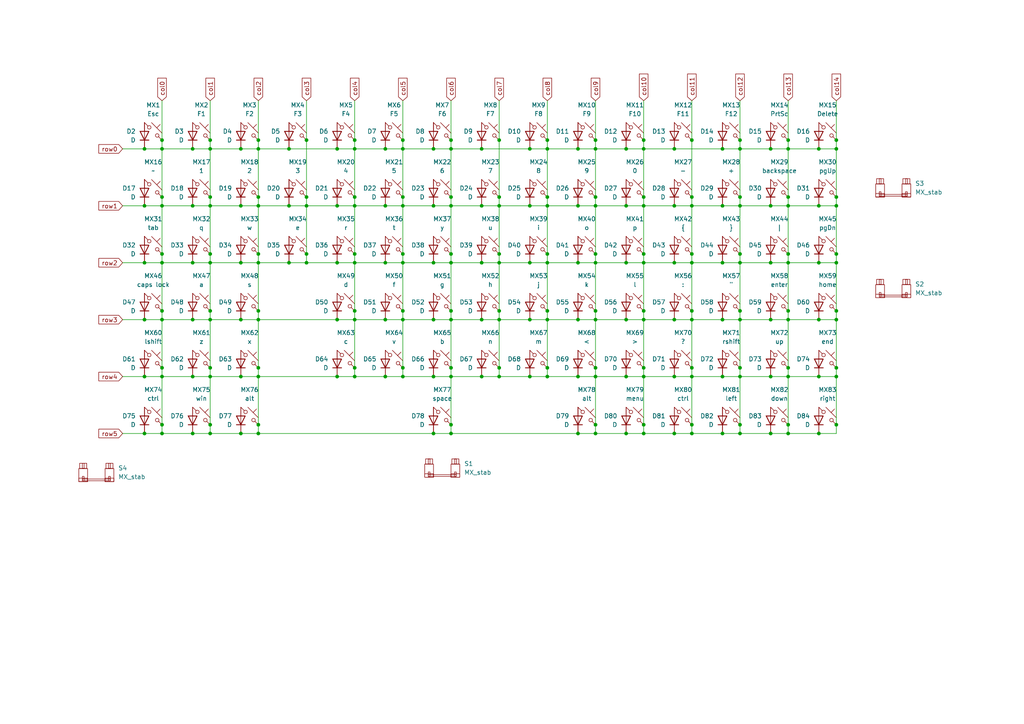
<source format=kicad_sch>
(kicad_sch (version 20231120) (generator "eeschema") (generator_version "8.0")
  (paper "A4")
  (junction (at 46.99 40.64))
  (junction (at 69.85 59.69))
  (junction (at 158.75 106.68))
  (junction (at 237.49 109.22))
  (junction (at 200.66 106.68))
  (junction (at 139.7 92.71))
  (junction (at 228.6 106.68))
  (junction (at 88.9 40.64))
  (junction (at 125.73 125.73))
  (junction (at 167.64 109.22))
  (junction (at 74.93 43.18))
  (junction (at 60.96 73.66))
  (junction (at 116.84 76.2))
  (junction (at 214.63 40.64))
  (junction (at 102.87 106.68))
  (junction (at 195.58 43.18))
  (junction (at 172.72 123.19))
  (junction (at 74.93 92.71))
  (junction (at 60.96 109.22))
  (junction (at 195.58 76.2))
  (junction (at 130.81 43.18))
  (junction (at 158.75 57.15))
  (junction (at 102.87 59.69))
  (junction (at 125.73 43.18))
  (junction (at 172.72 92.71))
  (junction (at 74.93 125.73))
  (junction (at 102.87 40.64))
  (junction (at 60.96 106.68))
  (junction (at 46.99 43.18))
  (junction (at 97.79 92.71))
  (junction (at 102.87 76.2))
  (junction (at 209.55 125.73))
  (junction (at 223.52 92.71))
  (junction (at 46.99 90.17))
  (junction (at 209.55 76.2))
  (junction (at 130.81 76.2))
  (junction (at 200.66 59.69))
  (junction (at 111.76 92.71))
  (junction (at 130.81 123.19))
  (junction (at 200.66 109.22))
  (junction (at 158.75 109.22))
  (junction (at 228.6 40.64))
  (junction (at 41.91 43.18))
  (junction (at 116.84 90.17))
  (junction (at 214.63 90.17))
  (junction (at 88.9 76.2))
  (junction (at 55.88 109.22))
  (junction (at 60.96 59.69))
  (junction (at 158.75 90.17))
  (junction (at 139.7 43.18))
  (junction (at 46.99 59.69))
  (junction (at 144.78 40.64))
  (junction (at 242.57 73.66))
  (junction (at 158.75 73.66))
  (junction (at 41.91 125.73))
  (junction (at 130.81 59.69))
  (junction (at 102.87 92.71))
  (junction (at 242.57 109.22))
  (junction (at 46.99 125.73))
  (junction (at 158.75 43.18))
  (junction (at 46.99 92.71))
  (junction (at 41.91 109.22))
  (junction (at 181.61 59.69))
  (junction (at 214.63 76.2))
  (junction (at 41.91 59.69))
  (junction (at 158.75 76.2))
  (junction (at 60.96 123.19))
  (junction (at 167.64 125.73))
  (junction (at 144.78 57.15))
  (junction (at 144.78 106.68))
  (junction (at 228.6 43.18))
  (junction (at 130.81 125.73))
  (junction (at 214.63 125.73))
  (junction (at 214.63 106.68))
  (junction (at 111.76 59.69))
  (junction (at 144.78 109.22))
  (junction (at 181.61 125.73))
  (junction (at 172.72 57.15))
  (junction (at 74.93 40.64))
  (junction (at 214.63 109.22))
  (junction (at 125.73 76.2))
  (junction (at 172.72 59.69))
  (junction (at 83.82 59.69))
  (junction (at 158.75 59.69))
  (junction (at 55.88 76.2))
  (junction (at 60.96 43.18))
  (junction (at 186.69 123.19))
  (junction (at 55.88 59.69))
  (junction (at 69.85 43.18))
  (junction (at 242.57 43.18))
  (junction (at 186.69 43.18))
  (junction (at 242.57 57.15))
  (junction (at 69.85 125.73))
  (junction (at 111.76 43.18))
  (junction (at 130.81 106.68))
  (junction (at 60.96 57.15))
  (junction (at 116.84 106.68))
  (junction (at 153.67 76.2))
  (junction (at 214.63 43.18))
  (junction (at 186.69 90.17))
  (junction (at 153.67 59.69))
  (junction (at 125.73 109.22))
  (junction (at 97.79 76.2))
  (junction (at 237.49 43.18))
  (junction (at 181.61 92.71))
  (junction (at 214.63 73.66))
  (junction (at 116.84 73.66))
  (junction (at 172.72 76.2))
  (junction (at 144.78 90.17))
  (junction (at 88.9 73.66))
  (junction (at 242.57 59.69))
  (junction (at 172.72 106.68))
  (junction (at 228.6 92.71))
  (junction (at 242.57 92.71))
  (junction (at 167.64 43.18))
  (junction (at 144.78 92.71))
  (junction (at 214.63 57.15))
  (junction (at 186.69 40.64))
  (junction (at 186.69 73.66))
  (junction (at 200.66 90.17))
  (junction (at 223.52 125.73))
  (junction (at 60.96 76.2))
  (junction (at 214.63 59.69))
  (junction (at 209.55 43.18))
  (junction (at 200.66 76.2))
  (junction (at 195.58 92.71))
  (junction (at 83.82 43.18))
  (junction (at 102.87 90.17))
  (junction (at 186.69 59.69))
  (junction (at 74.93 76.2))
  (junction (at 228.6 109.22))
  (junction (at 97.79 43.18))
  (junction (at 167.64 59.69))
  (junction (at 102.87 109.22))
  (junction (at 74.93 90.17))
  (junction (at 46.99 123.19))
  (junction (at 46.99 57.15))
  (junction (at 116.84 57.15))
  (junction (at 223.52 59.69))
  (junction (at 242.57 90.17))
  (junction (at 167.64 92.71))
  (junction (at 74.93 123.19))
  (junction (at 186.69 76.2))
  (junction (at 60.96 92.71))
  (junction (at 125.73 59.69))
  (junction (at 144.78 76.2))
  (junction (at 144.78 59.69))
  (junction (at 111.76 109.22))
  (junction (at 228.6 125.73))
  (junction (at 153.67 43.18))
  (junction (at 172.72 90.17))
  (junction (at 55.88 125.73))
  (junction (at 88.9 57.15))
  (junction (at 60.96 90.17))
  (junction (at 130.81 40.64))
  (junction (at 116.84 92.71))
  (junction (at 214.63 92.71))
  (junction (at 139.7 59.69))
  (junction (at 97.79 109.22))
  (junction (at 55.88 43.18))
  (junction (at 69.85 76.2))
  (junction (at 200.66 123.19))
  (junction (at 209.55 59.69))
  (junction (at 60.96 40.64))
  (junction (at 125.73 92.71))
  (junction (at 97.79 59.69))
  (junction (at 223.52 43.18))
  (junction (at 223.52 76.2))
  (junction (at 158.75 40.64))
  (junction (at 172.72 125.73))
  (junction (at 237.49 59.69))
  (junction (at 209.55 92.71))
  (junction (at 116.84 43.18))
  (junction (at 214.63 123.19))
  (junction (at 228.6 57.15))
  (junction (at 144.78 73.66))
  (junction (at 167.64 76.2))
  (junction (at 181.61 43.18))
  (junction (at 195.58 59.69))
  (junction (at 186.69 92.71))
  (junction (at 46.99 106.68))
  (junction (at 172.72 43.18))
  (junction (at 116.84 109.22))
  (junction (at 41.91 92.71))
  (junction (at 200.66 73.66))
  (junction (at 41.91 76.2))
  (junction (at 111.76 76.2))
  (junction (at 102.87 43.18))
  (junction (at 172.72 40.64))
  (junction (at 186.69 106.68))
  (junction (at 228.6 73.66))
  (junction (at 74.93 59.69))
  (junction (at 74.93 106.68))
  (junction (at 130.81 57.15))
  (junction (at 102.87 57.15))
  (junction (at 186.69 109.22))
  (junction (at 158.75 92.71))
  (junction (at 242.57 123.19))
  (junction (at 242.57 76.2))
  (junction (at 186.69 125.73))
  (junction (at 116.84 40.64))
  (junction (at 69.85 109.22))
  (junction (at 242.57 106.68))
  (junction (at 130.81 109.22))
  (junction (at 102.87 73.66))
  (junction (at 200.66 40.64))
  (junction (at 116.84 59.69))
  (junction (at 228.6 59.69))
  (junction (at 228.6 76.2))
  (junction (at 88.9 59.69))
  (junction (at 237.49 76.2))
  (junction (at 74.93 73.66))
  (junction (at 209.55 109.22))
  (junction (at 83.82 76.2))
  (junction (at 181.61 109.22))
  (junction (at 186.69 57.15))
  (junction (at 242.57 40.64))
  (junction (at 74.93 57.15))
  (junction (at 46.99 109.22))
  (junction (at 228.6 90.17))
  (junction (at 181.61 76.2))
  (junction (at 139.7 76.2))
  (junction (at 195.58 125.73))
  (junction (at 195.58 109.22))
  (junction (at 200.66 92.71))
  (junction (at 130.81 73.66))
  (junction (at 74.93 109.22))
  (junction (at 200.66 57.15))
  (junction (at 130.81 92.71))
  (junction (at 55.88 92.71))
  (junction (at 172.72 109.22))
  (junction (at 46.99 73.66))
  (junction (at 200.66 125.73))
  (junction (at 172.72 73.66))
  (junction (at 69.85 92.71))
  (junction (at 60.96 125.73))
  (junction (at 46.99 76.2))
  (junction (at 228.6 123.19))
  (junction (at 130.81 90.17))
  (junction (at 153.67 92.71))
  (junction (at 237.49 125.73))
  (junction (at 237.49 92.71))
  (junction (at 139.7 109.22))
  (junction (at 223.52 109.22))
  (junction (at 153.67 109.22))
  (wire (pts (xy 74.93 92.71) (xy 97.79 92.71)))
  (wire (pts (xy 130.81 125.73) (xy 167.64 125.73)))
  (wire (pts (xy 46.99 92.71) (xy 46.99 90.17)))
  (wire (pts (xy 200.66 73.66) (xy 200.66 76.2)))
  (wire (pts (xy 69.85 109.22) (xy 74.93 109.22)))
  (wire (pts (xy 200.66 57.15) (xy 200.66 59.69)))
  (wire (pts (xy 116.84 76.2) (xy 125.73 76.2)))
  (wire (pts (xy 214.63 92.71) (xy 214.63 106.68)))
  (wire (pts (xy 116.84 59.69) (xy 125.73 59.69)))
  (wire (pts (xy 167.64 125.73) (xy 172.72 125.73)))
  (wire (pts (xy 102.87 109.22) (xy 111.76 109.22)))
  (wire (pts (xy 172.72 92.71) (xy 172.72 106.68)))
  (wire (pts (xy 242.57 109.22) (xy 242.57 106.68)))
  (wire (pts (xy 102.87 109.22) (xy 102.87 106.68)))
  (wire (pts (xy 144.78 76.2) (xy 153.67 76.2)))
  (wire (pts (xy 116.84 43.18) (xy 116.84 40.64)))
  (wire (pts (xy 228.6 43.18) (xy 237.49 43.18)))
  (wire (pts (xy 60.96 109.22) (xy 60.96 123.19)))
  (wire (pts (xy 214.63 92.71) (xy 214.63 90.17)))
  (wire (pts (xy 125.73 59.69) (xy 130.81 59.69)))
  (wire (pts (xy 214.63 59.69) (xy 214.63 57.15)))
  (wire (pts (xy 69.85 125.73) (xy 74.93 125.73)))
  (wire (pts (xy 83.82 76.2) (xy 88.9 76.2)))
  (wire (pts (xy 214.63 109.22) (xy 223.52 109.22)))
  (wire (pts (xy 88.9 29.21) (xy 88.9 40.64)))
  (wire (pts (xy 41.91 43.18) (xy 46.99 43.18)))
  (wire (pts (xy 116.84 109.22) (xy 116.84 106.68)))
  (wire (pts (xy 242.57 92.71) (xy 242.57 90.17)))
  (wire (pts (xy 158.75 29.21) (xy 158.75 40.64)))
  (wire (pts (xy 200.66 109.22) (xy 209.55 109.22)))
  (wire (pts (xy 97.79 43.18) (xy 102.87 43.18)))
  (wire (pts (xy 186.69 59.69) (xy 186.69 57.15)))
  (wire (pts (xy 111.76 59.69) (xy 116.84 59.69)))
  (wire (pts (xy 46.99 92.71) (xy 55.88 92.71)))
  (wire (pts (xy 200.66 59.69) (xy 209.55 59.69)))
  (wire (pts (xy 200.66 125.73) (xy 209.55 125.73)))
  (wire (pts (xy 41.91 76.2) (xy 46.99 76.2)))
  (wire (pts (xy 214.63 125.73) (xy 214.63 123.19)))
  (wire (pts (xy 214.63 43.18) (xy 214.63 57.15)))
  (wire (pts (xy 237.49 43.18) (xy 242.57 43.18)))
  (wire (pts (xy 200.66 40.64) (xy 200.66 57.15)))
  (wire (pts (xy 242.57 125.73) (xy 242.57 123.19)))
  (wire (pts (xy 144.78 109.22) (xy 153.67 109.22)))
  (wire (pts (xy 116.84 76.2) (xy 116.84 73.66)))
  (wire (pts (xy 116.84 29.21) (xy 116.84 40.64)))
  (wire (pts (xy 144.78 106.68) (xy 144.78 109.22)))
  (wire (pts (xy 125.73 76.2) (xy 130.81 76.2)))
  (wire (pts (xy 69.85 92.71) (xy 74.93 92.71)))
  (wire (pts (xy 46.99 76.2) (xy 55.88 76.2)))
  (wire (pts (xy 74.93 109.22) (xy 74.93 123.19)))
  (wire (pts (xy 186.69 59.69) (xy 186.69 73.66)))
  (wire (pts (xy 116.84 43.18) (xy 125.73 43.18)))
  (wire (pts (xy 242.57 59.69) (xy 242.57 73.66)))
  (wire (pts (xy 242.57 109.22) (xy 242.57 123.19)))
  (wire (pts (xy 46.99 125.73) (xy 55.88 125.73)))
  (wire (pts (xy 172.72 29.21) (xy 172.72 40.64)))
  (wire (pts (xy 144.78 29.21) (xy 144.78 40.64)))
  (wire (pts (xy 69.85 59.69) (xy 74.93 59.69)))
  (wire (pts (xy 181.61 109.22) (xy 186.69 109.22)))
  (wire (pts (xy 46.99 59.69) (xy 55.88 59.69)))
  (wire (pts (xy 60.96 92.71) (xy 69.85 92.71)))
  (wire (pts (xy 200.66 76.2) (xy 200.66 90.17)))
  (wire (pts (xy 214.63 125.73) (xy 223.52 125.73)))
  (wire (pts (xy 102.87 59.69) (xy 102.87 57.15)))
  (wire (pts (xy 186.69 92.71) (xy 186.69 106.68)))
  (wire (pts (xy 46.99 29.21) (xy 46.99 40.64)))
  (wire (pts (xy 46.99 109.22) (xy 55.88 109.22)))
  (wire (pts (xy 88.9 59.69) (xy 88.9 73.66)))
  (wire (pts (xy 195.58 76.2) (xy 200.66 76.2)))
  (wire (pts (xy 153.67 76.2) (xy 158.75 76.2)))
  (wire (pts (xy 186.69 43.18) (xy 195.58 43.18)))
  (wire (pts (xy 228.6 59.69) (xy 228.6 57.15)))
  (wire (pts (xy 158.75 92.71) (xy 158.75 90.17)))
  (wire (pts (xy 102.87 43.18) (xy 102.87 40.64)))
  (wire (pts (xy 144.78 76.2) (xy 144.78 90.17)))
  (wire (pts (xy 60.96 125.73) (xy 60.96 123.19)))
  (wire (pts (xy 130.81 43.18) (xy 130.81 57.15)))
  (wire (pts (xy 102.87 59.69) (xy 111.76 59.69)))
  (wire (pts (xy 214.63 59.69) (xy 223.52 59.69)))
  (wire (pts (xy 102.87 43.18) (xy 111.76 43.18)))
  (wire (pts (xy 214.63 43.18) (xy 214.63 40.64)))
  (wire (pts (xy 69.85 76.2) (xy 74.93 76.2)))
  (wire (pts (xy 102.87 76.2) (xy 102.87 90.17)))
  (wire (pts (xy 158.75 43.18) (xy 158.75 40.64)))
  (wire (pts (xy 46.99 43.18) (xy 55.88 43.18)))
  (wire (pts (xy 186.69 43.18) (xy 186.69 40.64)))
  (wire (pts (xy 181.61 92.71) (xy 186.69 92.71)))
  (wire (pts (xy 130.81 43.18) (xy 139.7 43.18)))
  (wire (pts (xy 153.67 59.69) (xy 158.75 59.69)))
  (wire (pts (xy 74.93 29.21) (xy 74.93 40.64)))
  (wire (pts (xy 158.75 43.18) (xy 167.64 43.18)))
  (wire (pts (xy 60.96 59.69) (xy 60.96 57.15)))
  (wire (pts (xy 74.93 43.18) (xy 74.93 57.15)))
  (wire (pts (xy 228.6 109.22) (xy 228.6 106.68)))
  (wire (pts (xy 35.56 76.2) (xy 41.91 76.2)))
  (wire (pts (xy 195.58 92.71) (xy 200.66 92.71)))
  (wire (pts (xy 88.9 57.15) (xy 88.9 59.69)))
  (wire (pts (xy 209.55 109.22) (xy 214.63 109.22)))
  (wire (pts (xy 144.78 57.15) (xy 144.78 59.69)))
  (wire (pts (xy 144.78 73.66) (xy 144.78 76.2)))
  (wire (pts (xy 60.96 43.18) (xy 60.96 57.15)))
  (wire (pts (xy 144.78 92.71) (xy 144.78 106.68)))
  (wire (pts (xy 172.72 76.2) (xy 172.72 90.17)))
  (wire (pts (xy 214.63 109.22) (xy 214.63 106.68)))
  (wire (pts (xy 130.81 109.22) (xy 139.7 109.22)))
  (wire (pts (xy 102.87 76.2) (xy 102.87 73.66)))
  (wire (pts (xy 74.93 76.2) (xy 74.93 90.17)))
  (wire (pts (xy 83.82 59.69) (xy 88.9 59.69)))
  (wire (pts (xy 153.67 92.71) (xy 158.75 92.71)))
  (wire (pts (xy 158.75 76.2) (xy 167.64 76.2)))
  (wire (pts (xy 102.87 92.71) (xy 102.87 106.68)))
  (wire (pts (xy 186.69 29.21) (xy 186.69 40.64)))
  (wire (pts (xy 242.57 76.2) (xy 242.57 90.17)))
  (wire (pts (xy 172.72 59.69) (xy 172.72 57.15)))
  (wire (pts (xy 158.75 109.22) (xy 158.75 106.68)))
  (wire (pts (xy 125.73 92.71) (xy 130.81 92.71)))
  (wire (pts (xy 55.88 59.69) (xy 60.96 59.69)))
  (wire (pts (xy 139.7 59.69) (xy 144.78 59.69)))
  (wire (pts (xy 102.87 43.18) (xy 102.87 57.15)))
  (wire (pts (xy 158.75 92.71) (xy 158.75 106.68)))
  (wire (pts (xy 172.72 109.22) (xy 181.61 109.22)))
  (wire (pts (xy 181.61 125.73) (xy 186.69 125.73)))
  (wire (pts (xy 242.57 29.21) (xy 242.57 40.64)))
  (wire (pts (xy 242.57 59.69) (xy 242.57 57.15)))
  (wire (pts (xy 46.99 59.69) (xy 46.99 57.15)))
  (wire (pts (xy 209.55 76.2) (xy 214.63 76.2)))
  (wire (pts (xy 186.69 109.22) (xy 186.69 123.19)))
  (wire (pts (xy 172.72 76.2) (xy 181.61 76.2)))
  (wire (pts (xy 228.6 76.2) (xy 237.49 76.2)))
  (wire (pts (xy 237.49 76.2) (xy 242.57 76.2)))
  (wire (pts (xy 74.93 109.22) (xy 74.93 106.68)))
  (wire (pts (xy 111.76 92.71) (xy 116.84 92.71)))
  (wire (pts (xy 130.81 92.71) (xy 130.81 106.68)))
  (wire (pts (xy 130.81 109.22) (xy 130.81 106.68)))
  (wire (pts (xy 139.7 76.2) (xy 144.78 76.2)))
  (wire (pts (xy 60.96 43.18) (xy 60.96 40.64)))
  (wire (pts (xy 74.93 125.73) (xy 125.73 125.73)))
  (wire (pts (xy 172.72 92.71) (xy 181.61 92.71)))
  (wire (pts (xy 167.64 109.22) (xy 172.72 109.22)))
  (wire (pts (xy 223.52 59.69) (xy 228.6 59.69)))
  (wire (pts (xy 200.66 92.71) (xy 209.55 92.71)))
  (wire (pts (xy 125.73 125.73) (xy 130.81 125.73)))
  (wire (pts (xy 158.75 76.2) (xy 158.75 90.17)))
  (wire (pts (xy 130.81 76.2) (xy 130.81 90.17)))
  (wire (pts (xy 130.81 109.22) (xy 130.81 123.19)))
  (wire (pts (xy 74.93 109.22) (xy 97.79 109.22)))
  (wire (pts (xy 116.84 92.71) (xy 116.84 90.17)))
  (wire (pts (xy 172.72 76.2) (xy 172.72 73.66)))
  (wire (pts (xy 214.63 43.18) (xy 223.52 43.18)))
  (wire (pts (xy 60.96 109.22) (xy 60.96 106.68)))
  (wire (pts (xy 186.69 125.73) (xy 195.58 125.73)))
  (wire (pts (xy 172.72 109.22) (xy 172.72 123.19)))
  (wire (pts (xy 125.73 43.18) (xy 130.81 43.18)))
  (wire (pts (xy 130.81 29.21) (xy 130.81 40.64)))
  (wire (pts (xy 195.58 59.69) (xy 200.66 59.69)))
  (wire (pts (xy 223.52 76.2) (xy 228.6 76.2)))
  (wire (pts (xy 172.72 59.69) (xy 172.72 73.66)))
  (wire (pts (xy 60.96 92.71) (xy 60.96 106.68)))
  (wire (pts (xy 97.79 76.2) (xy 102.87 76.2)))
  (wire (pts (xy 186.69 76.2) (xy 195.58 76.2)))
  (wire (pts (xy 116.84 92.71) (xy 125.73 92.71)))
  (wire (pts (xy 111.76 43.18) (xy 116.84 43.18)))
  (wire (pts (xy 35.56 43.18) (xy 41.91 43.18)))
  (wire (pts (xy 153.67 109.22) (xy 158.75 109.22)))
  (wire (pts (xy 172.72 59.69) (xy 181.61 59.69)))
  (wire (pts (xy 130.81 76.2) (xy 139.7 76.2)))
  (wire (pts (xy 116.84 109.22) (xy 125.73 109.22)))
  (wire (pts (xy 172.72 125.73) (xy 172.72 123.19)))
  (wire (pts (xy 242.57 76.2) (xy 242.57 73.66)))
  (wire (pts (xy 74.93 125.73) (xy 74.93 123.19)))
  (wire (pts (xy 144.78 92.71) (xy 153.67 92.71)))
  (wire (pts (xy 242.57 43.18) (xy 242.57 57.15)))
  (wire (pts (xy 116.84 59.69) (xy 116.84 73.66)))
  (wire (pts (xy 181.61 76.2) (xy 186.69 76.2)))
  (wire (pts (xy 228.6 125.73) (xy 237.49 125.73)))
  (wire (pts (xy 41.91 59.69) (xy 46.99 59.69)))
  (wire (pts (xy 74.93 59.69) (xy 74.93 57.15)))
  (wire (pts (xy 228.6 76.2) (xy 228.6 90.17)))
  (wire (pts (xy 60.96 109.22) (xy 69.85 109.22)))
  (wire (pts (xy 223.52 109.22) (xy 228.6 109.22)))
  (wire (pts (xy 228.6 109.22) (xy 228.6 123.19)))
  (wire (pts (xy 111.76 76.2) (xy 116.84 76.2)))
  (wire (pts (xy 223.52 125.73) (xy 228.6 125.73)))
  (wire (pts (xy 88.9 59.69) (xy 97.79 59.69)))
  (wire (pts (xy 46.99 76.2) (xy 46.99 73.66)))
  (wire (pts (xy 144.78 90.17) (xy 144.78 92.71)))
  (wire (pts (xy 46.99 43.18) (xy 46.99 57.15)))
  (wire (pts (xy 200.66 90.17) (xy 200.66 92.71)))
  (wire (pts (xy 97.79 59.69) (xy 102.87 59.69)))
  (wire (pts (xy 130.81 92.71) (xy 139.7 92.71)))
  (wire (pts (xy 200.66 106.68) (xy 200.66 109.22)))
  (wire (pts (xy 60.96 76.2) (xy 69.85 76.2)))
  (wire (pts (xy 228.6 76.2) (xy 228.6 73.66)))
  (wire (pts (xy 41.91 109.22) (xy 46.99 109.22)))
  (wire (pts (xy 41.91 125.73) (xy 46.99 125.73)))
  (wire (pts (xy 172.72 125.73) (xy 181.61 125.73)))
  (wire (pts (xy 158.75 109.22) (xy 167.64 109.22)))
  (wire (pts (xy 209.55 125.73) (xy 214.63 125.73)))
  (wire (pts (xy 195.58 125.73) (xy 200.66 125.73)))
  (wire (pts (xy 41.91 92.71) (xy 46.99 92.71)))
  (wire (pts (xy 214.63 59.69) (xy 214.63 73.66)))
  (wire (pts (xy 125.73 109.22) (xy 130.81 109.22)))
  (wire (pts (xy 46.99 92.71) (xy 46.99 106.68)))
  (wire (pts (xy 237.49 92.71) (xy 242.57 92.71)))
  (wire (pts (xy 158.75 59.69) (xy 167.64 59.69)))
  (wire (pts (xy 228.6 59.69) (xy 237.49 59.69)))
  (wire (pts (xy 74.93 59.69) (xy 83.82 59.69)))
  (wire (pts (xy 200.66 76.2) (xy 209.55 76.2)))
  (wire (pts (xy 60.96 76.2) (xy 60.96 73.66)))
  (wire (pts (xy 214.63 76.2) (xy 214.63 73.66)))
  (wire (pts (xy 130.81 92.71) (xy 130.81 90.17)))
  (wire (pts (xy 60.96 125.73) (xy 69.85 125.73)))
  (wire (pts (xy 209.55 43.18) (xy 214.63 43.18)))
  (wire (pts (xy 186.69 92.71) (xy 195.58 92.71)))
  (wire (pts (xy 228.6 29.21) (xy 228.6 40.64)))
  (wire (pts (xy 200.66 92.71) (xy 200.66 106.68)))
  (wire (pts (xy 60.96 29.21) (xy 60.96 40.64)))
  (wire (pts (xy 130.81 125.73) (xy 130.81 123.19)))
  (wire (pts (xy 167.64 43.18) (xy 172.72 43.18)))
  (wire (pts (xy 88.9 76.2) (xy 97.79 76.2)))
  (wire (pts (xy 74.93 90.17) (xy 74.93 92.71)))
  (wire (pts (xy 167.64 76.2) (xy 172.72 76.2)))
  (wire (pts (xy 144.78 40.64) (xy 144.78 57.15)))
  (wire (pts (xy 214.63 92.71) (xy 223.52 92.71)))
  (wire (pts (xy 111.76 109.22) (xy 116.84 109.22)))
  (wire (pts (xy 46.99 76.2) (xy 46.99 90.17)))
  (wire (pts (xy 186.69 109.22) (xy 195.58 109.22)))
  (wire (pts (xy 102.87 29.21) (xy 102.87 40.64)))
  (wire (pts (xy 116.84 92.71) (xy 116.84 106.68)))
  (wire (pts (xy 186.69 76.2) (xy 186.69 73.66)))
  (wire (pts (xy 186.69 43.18) (xy 186.69 57.15)))
  (wire (pts (xy 167.64 92.71) (xy 172.72 92.71)))
  (wire (pts (xy 60.96 43.18) (xy 69.85 43.18)))
  (wire (pts (xy 74.93 76.2) (xy 74.93 73.66)))
  (wire (pts (xy 69.85 43.18) (xy 74.93 43.18)))
  (wire (pts (xy 60.96 76.2) (xy 60.96 90.17)))
  (wire (pts (xy 144.78 59.69) (xy 144.78 73.66)))
  (wire (pts (xy 60.96 59.69) (xy 60.96 73.66)))
  (wire (pts (xy 214.63 109.22) (xy 214.63 123.19)))
  (wire (pts (xy 237.49 59.69) (xy 242.57 59.69)))
  (wire (pts (xy 102.87 59.69) (xy 102.87 73.66)))
  (wire (pts (xy 228.6 59.69) (xy 228.6 73.66)))
  (wire (pts (xy 200.66 109.22) (xy 200.66 123.19)))
  (wire (pts (xy 186.69 109.22) (xy 186.69 106.68)))
  (wire (pts (xy 97.79 92.71) (xy 102.87 92.71)))
  (wire (pts (xy 60.96 92.71) (xy 60.96 90.17)))
  (wire (pts (xy 130.81 59.69) (xy 130.81 73.66)))
  (wire (pts (xy 228.6 43.18) (xy 228.6 40.64)))
  (wire (pts (xy 158.75 92.71) (xy 167.64 92.71)))
  (wire (pts (xy 97.79 109.22) (xy 102.87 109.22)))
  (wire (pts (xy 153.67 43.18) (xy 158.75 43.18)))
  (wire (pts (xy 214.63 76.2) (xy 223.52 76.2)))
  (wire (pts (xy 116.84 43.18) (xy 116.84 57.15)))
  (wire (pts (xy 237.49 125.73) (xy 242.57 125.73)))
  (wire (pts (xy 74.93 59.69) (xy 74.93 73.66)))
  (wire (pts (xy 228.6 43.18) (xy 228.6 57.15)))
  (wire (pts (xy 102.87 76.2) (xy 111.76 76.2)))
  (wire (pts (xy 55.88 109.22) (xy 60.96 109.22)))
  (wire (pts (xy 172.72 43.18) (xy 172.72 40.64)))
  (wire (pts (xy 209.55 92.71) (xy 214.63 92.71)))
  (wire (pts (xy 88.9 40.64) (xy 88.9 57.15)))
  (wire (pts (xy 74.93 43.18) (xy 83.82 43.18)))
  (wire (pts (xy 214.63 29.21) (xy 214.63 40.64)))
  (wire (pts (xy 88.9 73.66) (xy 88.9 76.2)))
  (wire (pts (xy 223.52 43.18) (xy 228.6 43.18)))
  (wire (pts (xy 186.69 76.2) (xy 186.69 90.17)))
  (wire (pts (xy 214.63 76.2) (xy 214.63 90.17)))
  (wire (pts (xy 46.99 125.73) (xy 46.99 123.19)))
  (wire (pts (xy 46.99 109.22) (xy 46.99 106.68)))
  (wire (pts (xy 181.61 59.69) (xy 186.69 59.69)))
  (wire (pts (xy 172.72 109.22) (xy 172.72 106.68)))
  (wire (pts (xy 242.57 43.18) (xy 242.57 40.64)))
  (wire (pts (xy 35.56 92.71) (xy 41.91 92.71)))
  (wire (pts (xy 130.81 43.18) (xy 130.81 40.64)))
  (wire (pts (xy 102.87 92.71) (xy 111.76 92.71)))
  (wire (pts (xy 209.55 59.69) (xy 214.63 59.69)))
  (wire (pts (xy 186.69 92.71) (xy 186.69 90.17)))
  (wire (pts (xy 228.6 109.22) (xy 237.49 109.22)))
  (wire (pts (xy 200.66 123.19) (xy 200.66 125.73)))
  (wire (pts (xy 186.69 59.69) (xy 195.58 59.69)))
  (wire (pts (xy 35.56 125.73) (xy 41.91 125.73)))
  (wire (pts (xy 55.88 125.73) (xy 60.96 125.73)))
  (wire (pts (xy 46.99 43.18) (xy 46.99 40.64)))
  (wire (pts (xy 116.84 76.2) (xy 116.84 90.17)))
  (wire (pts (xy 200.66 29.21) (xy 200.66 40.64)))
  (wire (pts (xy 172.72 92.71) (xy 172.72 90.17)))
  (wire (pts (xy 55.88 92.71) (xy 60.96 92.71)))
  (wire (pts (xy 116.84 59.69) (xy 116.84 57.15)))
  (wire (pts (xy 158.75 59.69) (xy 158.75 73.66)))
  (wire (pts (xy 139.7 92.71) (xy 144.78 92.71)))
  (wire (pts (xy 172.72 43.18) (xy 172.72 57.15)))
  (wire (pts (xy 46.99 109.22) (xy 46.99 123.19)))
  (wire (pts (xy 74.93 92.71) (xy 74.93 106.68)))
  (wire (pts (xy 35.56 109.22) (xy 41.91 109.22)))
  (wire (pts (xy 195.58 43.18) (xy 209.55 43.18)))
  (wire (pts (xy 158.75 43.18) (xy 158.75 57.15)))
  (wire (pts (xy 228.6 92.71) (xy 228.6 90.17)))
  (wire (pts (xy 242.57 92.71) (xy 242.57 106.68)))
  (wire (pts (xy 74.93 43.18) (xy 74.93 40.64)))
  (wire (pts (xy 74.93 76.2) (xy 83.82 76.2)))
  (wire (pts (xy 228.6 92.71) (xy 228.6 106.68)))
  (wire (pts (xy 195.58 109.22) (xy 200.66 109.22)))
  (wire (pts (xy 228.6 125.73) (xy 228.6 123.19)))
  (wire (pts (xy 139.7 43.18) (xy 153.67 43.18)))
  (wire (pts (xy 102.87 92.71) (xy 102.87 90.17)))
  (wire (pts (xy 130.81 59.69) (xy 130.81 57.15)))
  (wire (pts (xy 158.75 59.69) (xy 158.75 57.15)))
  (wire (pts (xy 172.72 43.18) (xy 181.61 43.18)))
  (wire (pts (xy 60.96 59.69) (xy 69.85 59.69)))
  (wire (pts (xy 55.88 43.18) (xy 60.96 43.18)))
  (wire (pts (xy 130.81 76.2) (xy 130.81 73.66)))
  (wire (pts (xy 83.82 43.18) (xy 97.79 43.18)))
  (wire (pts (xy 46.99 59.69) (xy 46.99 73.66)))
  (wire (pts (xy 35.56 59.69) (xy 41.91 59.69)))
  (wire (pts (xy 181.61 43.18) (xy 186.69 43.18)))
  (wire (pts (xy 186.69 125.73) (xy 186.69 123.19)))
  (wire (pts (xy 228.6 92.71) (xy 237.49 92.71)))
  (wire (pts (xy 200.66 59.69) (xy 200.66 73.66)))
  (wire (pts (xy 223.52 92.71) (xy 228.6 92.71)))
  (wire (pts (xy 158.75 76.2) (xy 158.75 73.66)))
  (wire (pts (xy 55.88 76.2) (xy 60.96 76.2)))
  (wire (pts (xy 130.81 59.69) (xy 139.7 59.69)))
  (wire (pts (xy 167.64 59.69) (xy 172.72 59.69)))
  (wire (pts (xy 144.78 59.69) (xy 153.67 59.69)))
  (wire (pts (xy 139.7 109.22) (xy 144.78 109.22)))
  (wire (pts (xy 237.49 109.22) (xy 242.57 109.22)))
  (global_label "col3" (shape input) (at 88.9 29.21 90) (property "Intersheetrefs" "${INTERSHEET_REFS}" (effects (hide yes))))
  (global_label "col11" (shape input) (at 200.66 29.21 90) (property "Intersheetrefs" "${INTERSHEET_REFS}" (effects (hide yes))))
  (global_label "col5" (shape input) (at 116.84 29.21 90) (property "Intersheetrefs" "${INTERSHEET_REFS}" (effects (hide yes))))
  (global_label "row5" (shape input) (at 35.56 125.73 180) (property "Intersheetrefs" "${INTERSHEET_REFS}" (effects (hide yes))))
  (global_label "col12" (shape input) (at 214.63 29.21 90) (property "Intersheetrefs" "${INTERSHEET_REFS}" (effects (hide yes))))
  (global_label "col2" (shape input) (at 74.93 29.21 90) (property "Intersheetrefs" "${INTERSHEET_REFS}" (effects (hide yes))))
  (global_label "col9" (shape input) (at 172.72 29.21 90) (property "Intersheetrefs" "${INTERSHEET_REFS}" (effects (hide yes))))
  (global_label "row4" (shape input) (at 35.56 109.22 180) (property "Intersheetrefs" "${INTERSHEET_REFS}" (effects (hide yes))))
  (global_label "col0" (shape input) (at 46.99 29.21 90) (property "Intersheetrefs" "${INTERSHEET_REFS}" (effects (hide yes))))
  (global_label "row2" (shape input) (at 35.56 76.2 180) (property "Intersheetrefs" "${INTERSHEET_REFS}" (effects (hide yes))))
  (global_label "col7" (shape input) (at 144.78 29.21 90) (property "Intersheetrefs" "${INTERSHEET_REFS}" (effects (hide yes))))
  (global_label "col13" (shape input) (at 228.6 29.21 90) (property "Intersheetrefs" "${INTERSHEET_REFS}" (effects (hide yes))))
  (global_label "col8" (shape input) (at 158.75 29.21 90) (property "Intersheetrefs" "${INTERSHEET_REFS}" (effects (hide yes))))
  (global_label "col6" (shape input) (at 130.81 29.21 90) (property "Intersheetrefs" "${INTERSHEET_REFS}" (effects (hide yes))))
  (global_label "col1" (shape input) (at 60.96 29.21 90) (property "Intersheetrefs" "${INTERSHEET_REFS}" (effects (hide yes))))
  (global_label "row0" (shape input) (at 35.56 43.18 180) (property "Intersheetrefs" "${INTERSHEET_REFS}" (effects (hide yes))))
  (global_label "col4" (shape input) (at 102.87 29.21 90) (property "Intersheetrefs" "${INTERSHEET_REFS}" (effects (hide yes))))
  (global_label "row1" (shape input) (at 35.56 59.69 180) (property "Intersheetrefs" "${INTERSHEET_REFS}" (effects (hide yes))))
  (global_label "col14" (shape input) (at 242.57 29.21 90) (property "Intersheetrefs" "${INTERSHEET_REFS}" (effects (hide yes))))
  (global_label "col10" (shape input) (at 186.69 29.21 90) (property "Intersheetrefs" "${INTERSHEET_REFS}" (effects (hide yes))))
  (global_label "row3" (shape input) (at 35.56 92.71 180) (property "Intersheetrefs" "${INTERSHEET_REFS}" (effects (hide yes))))
  (symbol (lib_id "Device:D") (at 125.73 39.37 90) (unit 1)
    (property "Reference" "D8" (at 123.19 38.0999 90) (effects (justify left)))
    (property "Value" "D" (at 123.19 40.6399 90) (effects (justify left)))
    (property "Footprint" "Diode_SMD:D_SOD-123" (effects (hide yes)))
    (property "Description" "Diode" (effects (hide yes)))
    (property "Sim.Device" "D" (effects (hide yes)))
    (property "Sim.Pins" "1=K 2=A" (effects (hide yes)))
  )
  (symbol (lib_id "Device:D") (at 41.91 105.41 90) (unit 1)
    (property "Reference" "D61" (at 39.37 104.1399 90) (effects (justify left)))
    (property "Value" "D" (at 39.37 106.6799 90) (effects (justify left)))
    (property "Footprint" "Diode_SMD:D_SOD-123" (effects (hide yes)))
    (property "Description" "Diode" (effects (hide yes)))
    (property "Sim.Device" "D" (effects (hide yes)))
    (property "Sim.Pins" "1=K 2=A" (effects (hide yes)))
  )
  (symbol (lib_id "Device:D") (at 195.58 121.92 90) (unit 1)
    (property "Reference" "D81" (at 193.04 120.6499 90) (effects (justify left)))
    (property "Value" "D" (at 193.04 123.1899 90) (effects (justify left)))
    (property "Footprint" "Diode_SMD:D_SOD-123" (effects (hide yes)))
    (property "Description" "Diode" (effects (hide yes)))
    (property "Sim.Device" "D" (effects (hide yes)))
    (property "Sim.Pins" "1=K 2=A" (effects (hide yes)))
  )
  (symbol (lib_id "Device:D") (at 139.7 39.37 90) (unit 1)
    (property "Reference" "D9" (at 137.16 38.0999 90) (effects (justify left)))
    (property "Value" "D" (at 137.16 40.6399 90) (effects (justify left)))
    (property "Footprint" "Diode_SMD:D_SOD-123" (effects (hide yes)))
    (property "Description" "Diode" (effects (hide yes)))
    (property "Sim.Device" "D" (effects (hide yes)))
    (property "Sim.Pins" "1=K 2=A" (effects (hide yes)))
  )
  (symbol (lib_id "PCM_marbastlib-mx:MX_SW_HS_CPG151101S11") (at 44.45 54.61 0) (unit 1)
    (property "Reference" "MX16" (at 44.45 46.99 0))
    (property "Value" "~" (at 44.45 49.53 0))
    (property "Footprint" "PCM_marbastlib-mx:SW_MX_HS_CPG151101S11_1u" (effects (hide yes)))
    (property "Description" "Push button switch, normally open, two pins, 45° tilted, Kailh CPG151101S11 for Cherry MX style switches" (effects (hide yes)))
  )
  (symbol (lib_id "PCM_marbastlib-mx:MX_SW_HS_CPG151101S11") (at 72.39 104.14 0) (unit 1)
    (property "Reference" "MX62" (at 72.39 96.52 0))
    (property "Value" "x" (at 72.39 99.06 0))
    (property "Footprint" "PCM_marbastlib-mx:SW_MX_HS_CPG151101S11_1u" (effects (hide yes)))
    (property "Description" "Push button switch, normally open, two pins, 45° tilted, Kailh CPG151101S11 for Cherry MX style switches" (effects (hide yes)))
  )
  (symbol (lib_id "Device:D") (at 223.52 121.92 90) (unit 1)
    (property "Reference" "D83" (at 220.98 120.6499 90) (effects (justify left)))
    (property "Value" "D" (at 220.98 123.1899 90) (effects (justify left)))
    (property "Footprint" "Diode_SMD:D_SOD-123" (effects (hide yes)))
    (property "Description" "Diode" (effects (hide yes)))
    (property "Sim.Device" "D" (effects (hide yes)))
    (property "Sim.Pins" "1=K 2=A" (effects (hide yes)))
  )
  (symbol (lib_id "Device:D") (at 167.64 105.41 90) (unit 1)
    (property "Reference" "D69" (at 165.1 104.1399 90) (effects (justify left)))
    (property "Value" "D" (at 165.1 106.6799 90) (effects (justify left)))
    (property "Footprint" "Diode_SMD:D_SOD-123" (effects (hide yes)))
    (property "Description" "Diode" (effects (hide yes)))
    (property "Sim.Device" "D" (effects (hide yes)))
    (property "Sim.Pins" "1=K 2=A" (effects (hide yes)))
  )
  (symbol (lib_id "Device:D") (at 167.64 121.92 90) (unit 1)
    (property "Reference" "D79" (at 165.1 120.6499 90) (effects (justify left)))
    (property "Value" "D" (at 165.1 123.1899 90) (effects (justify left)))
    (property "Footprint" "Diode_SMD:D_SOD-123" (effects (hide yes)))
    (property "Description" "Diode" (effects (hide yes)))
    (property "Sim.Device" "D" (effects (hide yes)))
    (property "Sim.Pins" "1=K 2=A" (effects (hide yes)))
  )
  (symbol (lib_id "PCM_marbastlib-mx:MX_SW_HS_CPG151101S11") (at 128.27 120.65 0) (unit 1)
    (property "Reference" "MX77" (at 128.27 113.03 0))
    (property "Value" "space" (at 128.27 115.57 0))
    (property "Footprint" "PCM_marbastlib-mx:SW_MX_HS_CPG151101S11_1u" (effects (hide yes)))
    (property "Description" "Push button switch, normally open, two pins, 45° tilted, Kailh CPG151101S11 for Cherry MX style switches" (effects (hide yes)))
  )
  (symbol (lib_id "PCM_marbastlib-mx:MX_SW_HS_CPG151101S11") (at 212.09 87.63 0) (unit 1)
    (property "Reference" "MX57" (at 212.09 80.01 0))
    (property "Value" "\"" (at 212.09 82.55 0))
    (property "Footprint" "PCM_marbastlib-mx:SW_MX_HS_CPG151101S11_1u" (effects (hide yes)))
    (property "Description" "Push button switch, normally open, two pins, 45° tilted, Kailh CPG151101S11 for Cherry MX style switches" (effects (hide yes)))
  )
  (symbol (lib_id "PCM_marbastlib-mx:MX_SW_HS_CPG151101S11") (at 156.21 54.61 0) (unit 1)
    (property "Reference" "MX24" (at 156.21 46.99 0))
    (property "Value" "8" (at 156.21 49.53 0))
    (property "Footprint" "PCM_marbastlib-mx:SW_MX_HS_CPG151101S11_1u" (effects (hide yes)))
    (property "Description" "Push button switch, normally open, two pins, 45° tilted, Kailh CPG151101S11 for Cherry MX style switches" (effects (hide yes)))
  )
  (symbol (lib_id "Device:D") (at 237.49 55.88 90) (unit 1)
    (property "Reference" "D31" (at 234.95 54.6099 90) (effects (justify left)))
    (property "Value" "D" (at 234.95 57.1499 90) (effects (justify left)))
    (property "Footprint" "Diode_SMD:D_SOD-123" (effects (hide yes)))
    (property "Description" "Diode" (effects (hide yes)))
    (property "Sim.Device" "D" (effects (hide yes)))
    (property "Sim.Pins" "1=K 2=A" (effects (hide yes)))
  )
  (symbol (lib_id "PCM_marbastlib-mx:MX_SW_HS_CPG151101S11") (at 114.3 71.12 0) (unit 1)
    (property "Reference" "MX36" (at 114.3 63.5 0))
    (property "Value" "t" (at 114.3 66.04 0))
    (property "Footprint" "PCM_marbastlib-mx:SW_MX_HS_CPG151101S11_1u" (effects (hide yes)))
    (property "Description" "Push button switch, normally open, two pins, 45° tilted, Kailh CPG151101S11 for Cherry MX style switches" (effects (hide yes)))
  )
  (symbol (lib_id "Device:D") (at 153.67 88.9 90) (unit 1)
    (property "Reference" "D54" (at 151.13 87.6299 90) (effects (justify left)))
    (property "Value" "D" (at 151.13 90.1699 90) (effects (justify left)))
    (property "Footprint" "Diode_SMD:D_SOD-123" (effects (hide yes)))
    (property "Description" "Diode" (effects (hide yes)))
    (property "Sim.Device" "D" (effects (hide yes)))
    (property "Sim.Pins" "1=K 2=A" (effects (hide yes)))
  )
  (symbol (lib_id "PCM_marbastlib-mx:MX_SW_HS_CPG151101S11") (at 226.06 104.14 0) (unit 1)
    (property "Reference" "MX72" (at 226.06 96.52 0))
    (property "Value" "up" (at 226.06 99.06 0))
    (property "Footprint" "PCM_marbastlib-mx:SW_MX_HS_CPG151101S11_1u" (effects (hide yes)))
    (property "Description" "Push button switch, normally open, two pins, 45° tilted, Kailh CPG151101S11 for Cherry MX style switches" (effects (hide yes)))
  )
  (symbol (lib_id "Device:D") (at 111.76 88.9 90) (unit 1)
    (property "Reference" "D51" (at 109.22 87.6299 90) (effects (justify left)))
    (property "Value" "D" (at 109.22 90.1699 90) (effects (justify left)))
    (property "Footprint" "Diode_SMD:D_SOD-123" (effects (hide yes)))
    (property "Description" "Diode" (effects (hide yes)))
    (property "Sim.Device" "D" (effects (hide yes)))
    (property "Sim.Pins" "1=K 2=A" (effects (hide yes)))
  )
  (symbol (lib_id "Device:D") (at 55.88 121.92 90) (unit 1)
    (property "Reference" "D76" (at 53.34 120.6499 90) (effects (justify left)))
    (property "Value" "D" (at 53.34 123.1899 90) (effects (justify left)))
    (property "Footprint" "Diode_SMD:D_SOD-123" (effects (hide yes)))
    (property "Description" "Diode" (effects (hide yes)))
    (property "Sim.Device" "D" (effects (hide yes)))
    (property "Sim.Pins" "1=K 2=A" (effects (hide yes)))
  )
  (symbol (lib_id "PCM_marbastlib-mx:MX_SW_HS_CPG151101S11") (at 240.03 54.61 0) (unit 1)
    (property "Reference" "MX30" (at 240.03 46.99 0))
    (property "Value" "pgUp" (at 240.03 49.53 0))
    (property "Footprint" "PCM_marbastlib-mx:SW_MX_HS_CPG151101S11_1u" (effects (hide yes)))
    (property "Description" "Push button switch, normally open, two pins, 45° tilted, Kailh CPG151101S11 for Cherry MX style switches" (effects (hide yes)))
  )
  (symbol (lib_id "PCM_marbastlib-mx:MX_SW_HS_CPG151101S11") (at 198.12 120.65 0) (unit 1)
    (property "Reference" "MX80" (at 198.12 113.03 0))
    (property "Value" "ctrl" (at 198.12 115.57 0))
    (property "Footprint" "PCM_marbastlib-mx:SW_MX_HS_CPG151101S11_1u" (effects (hide yes)))
    (property "Description" "Push button switch, normally open, two pins, 45° tilted, Kailh CPG151101S11 for Cherry MX style switches" (effects (hide yes)))
  )
  (symbol (lib_id "PCM_marbastlib-mx:MX_SW_HS_CPG151101S11") (at 72.39 38.1 0) (unit 1)
    (property "Reference" "MX3" (at 72.39 30.48 0))
    (property "Value" "F2" (at 72.39 33.02 0))
    (property "Footprint" "PCM_marbastlib-mx:SW_MX_HS_CPG151101S11_1u" (effects (hide yes)))
    (property "Description" "Push button switch, normally open, two pins, 45° tilted, Kailh CPG151101S11 for Cherry MX style switches" (effects (hide yes)))
  )
  (symbol (lib_id "Device:D") (at 223.52 55.88 90) (unit 1)
    (property "Reference" "D30" (at 220.98 54.6099 90) (effects (justify left)))
    (property "Value" "D" (at 220.98 57.1499 90) (effects (justify left)))
    (property "Footprint" "Diode_SMD:D_SOD-123" (effects (hide yes)))
    (property "Description" "Diode" (effects (hide yes)))
    (property "Sim.Device" "D" (effects (hide yes)))
    (property "Sim.Pins" "1=K 2=A" (effects (hide yes)))
  )
  (symbol (lib_id "PCM_marbastlib-mx:MX_SW_HS_CPG151101S11") (at 114.3 38.1 0) (unit 1)
    (property "Reference" "MX6" (at 114.3 30.48 0))
    (property "Value" "F5" (at 114.3 33.02 0))
    (property "Footprint" "PCM_marbastlib-mx:SW_MX_HS_CPG151101S11_1u" (effects (hide yes)))
    (property "Description" "Push button switch, normally open, two pins, 45° tilted, Kailh CPG151101S11 for Cherry MX style switches" (effects (hide yes)))
  )
  (symbol (lib_id "PCM_marbastlib-mx:MX_SW_HS_CPG151101S11") (at 226.06 71.12 0) (unit 1)
    (property "Reference" "MX44" (at 226.06 63.5 0))
    (property "Value" "|" (at 226.06 66.04 0))
    (property "Footprint" "PCM_marbastlib-mx:SW_MX_HS_CPG151101S11_1u" (effects (hide yes)))
    (property "Description" "Push button switch, normally open, two pins, 45° tilted, Kailh CPG151101S11 for Cherry MX style switches" (effects (hide yes)))
  )
  (symbol (lib_id "PCM_marbastlib-mx:MX_SW_HS_CPG151101S11") (at 142.24 71.12 0) (unit 1)
    (property "Reference" "MX38" (at 142.24 63.5 0))
    (property "Value" "u" (at 142.24 66.04 0))
    (property "Footprint" "PCM_marbastlib-mx:SW_MX_HS_CPG151101S11_1u" (effects (hide yes)))
    (property "Description" "Push button switch, normally open, two pins, 45° tilted, Kailh CPG151101S11 for Cherry MX style switches" (effects (hide yes)))
  )
  (symbol (lib_id "PCM_marbastlib-mx:MX_SW_HS_CPG151101S11") (at 86.36 38.1 0) (unit 1)
    (property "Reference" "MX4" (at 86.36 30.48 0))
    (property "Value" "F3" (at 86.36 33.02 0))
    (property "Footprint" "PCM_marbastlib-mx:SW_MX_HS_CPG151101S11_1u" (effects (hide yes)))
    (property "Description" "Push button switch, normally open, two pins, 45° tilted, Kailh CPG151101S11 for Cherry MX style switches" (effects (hide yes)))
  )
  (symbol (lib_id "PCM_marbastlib-mx:MX_SW_HS_CPG151101S11") (at 44.45 71.12 0) (unit 1)
    (property "Reference" "MX31" (at 44.45 63.5 0))
    (property "Value" "tab" (at 44.45 66.04 0))
    (property "Footprint" "PCM_marbastlib-mx:SW_MX_HS_CPG151101S11_1u" (effects (hide yes)))
    (property "Description" "Push button switch, normally open, two pins, 45° tilted, Kailh CPG151101S11 for Cherry MX style switches" (effects (hide yes)))
  )
  (symbol (lib_id "PCM_marbastlib-mx:MX_SW_HS_CPG151101S11") (at 128.27 38.1 0) (unit 1)
    (property "Reference" "MX7" (at 128.27 30.48 0))
    (property "Value" "F6" (at 128.27 33.02 0))
    (property "Footprint" "PCM_marbastlib-mx:SW_MX_HS_CPG151101S11_1u" (effects (hide yes)))
    (property "Description" "Push button switch, normally open, two pins, 45° tilted, Kailh CPG151101S11 for Cherry MX style switches" (effects (hide yes)))
  )
  (symbol (lib_id "PCM_marbastlib-mx:MX_SW_HS_CPG151101S11") (at 212.09 104.14 0) (unit 1)
    (property "Reference" "MX71" (at 212.09 96.52 0))
    (property "Value" "rshift" (at 212.09 99.06 0))
    (property "Footprint" "PCM_marbastlib-mx:SW_MX_HS_CPG151101S11_1u" (effects (hide yes)))
    (property "Description" "Push button switch, normally open, two pins, 45° tilted, Kailh CPG151101S11 for Cherry MX style switches" (effects (hide yes)))
  )
  (symbol (lib_id "Device:D") (at 55.88 88.9 90) (unit 1)
    (property "Reference" "D48" (at 53.34 87.6299 90) (effects (justify left)))
    (property "Value" "D" (at 53.34 90.1699 90) (effects (justify left)))
    (property "Footprint" "Diode_SMD:D_SOD-123" (effects (hide yes)))
    (property "Description" "Diode" (effects (hide yes)))
    (property "Sim.Device" "D" (effects (hide yes)))
    (property "Sim.Pins" "1=K 2=A" (effects (hide yes)))
  )
  (symbol (lib_id "Device:D") (at 195.58 39.37 90) (unit 1)
    (property "Reference" "D13" (at 193.04 38.0999 90) (effects (justify left)))
    (property "Value" "D" (at 193.04 40.6399 90) (effects (justify left)))
    (property "Footprint" "Diode_SMD:D_SOD-123" (effects (hide yes)))
    (property "Description" "Diode" (effects (hide yes)))
    (property "Sim.Device" "D" (effects (hide yes)))
    (property "Sim.Pins" "1=K 2=A" (effects (hide yes)))
  )
  (symbol (lib_id "Device:D") (at 55.88 39.37 90) (unit 1)
    (property "Reference" "D3" (at 53.34 38.0999 90) (effects (justify left)))
    (property "Value" "D" (at 53.34 40.6399 90) (effects (justify left)))
    (property "Footprint" "Diode_SMD:D_SOD-123" (effects (hide yes)))
    (property "Description" "Diode" (effects (hide yes)))
    (property "Sim.Device" "D" (effects (hide yes)))
    (property "Sim.Pins" "1=K 2=A" (effects (hide yes)))
  )
  (symbol (lib_id "Device:D") (at 97.79 55.88 90) (unit 1)
    (property "Reference" "D21" (at 95.25 54.6099 90) (effects (justify left)))
    (property "Value" "D" (at 95.25 57.1499 90) (effects (justify left)))
    (property "Footprint" "Diode_SMD:D_SOD-123" (effects (hide yes)))
    (property "Description" "Diode" (effects (hide yes)))
    (property "Sim.Device" "D" (effects (hide yes)))
    (property "Sim.Pins" "1=K 2=A" (effects (hide yes)))
  )
  (symbol (lib_id "Device:D") (at 125.73 121.92 90) (unit 1)
    (property "Reference" "D78" (at 123.19 120.6499 90) (effects (justify left)))
    (property "Value" "D" (at 123.19 123.1899 90) (effects (justify left)))
    (property "Footprint" "Diode_SMD:D_SOD-123" (effects (hide yes)))
    (property "Description" "Diode" (effects (hide yes)))
    (property "Sim.Device" "D" (effects (hide yes)))
    (property "Sim.Pins" "1=K 2=A" (effects (hide yes)))
  )
  (symbol (lib_id "PCM_marbastlib-mx:MX_SW_HS_CPG151101S11") (at 240.03 71.12 0) (unit 1)
    (property "Reference" "MX45" (at 240.03 63.5 0))
    (property "Value" "pgDn" (at 240.03 66.04 0))
    (property "Footprint" "PCM_marbastlib-mx:SW_MX_HS_CPG151101S11_1u" (effects (hide yes)))
    (property "Description" "Push button switch, normally open, two pins, 45° tilted, Kailh CPG151101S11 for Cherry MX style switches" (effects (hide yes)))
  )
  (symbol (lib_id "Device:D") (at 223.52 105.41 90) (unit 1)
    (property "Reference" "D73" (at 220.98 104.1399 90) (effects (justify left)))
    (property "Value" "D" (at 220.98 106.6799 90) (effects (justify left)))
    (property "Footprint" "Diode_SMD:D_SOD-123" (effects (hide yes)))
    (property "Description" "Diode" (effects (hide yes)))
    (property "Sim.Device" "D" (effects (hide yes)))
    (property "Sim.Pins" "1=K 2=A" (effects (hide yes)))
  )
  (symbol (lib_id "PCM_marbastlib-mx:MX_SW_HS_CPG151101S11") (at 198.12 71.12 0) (unit 1)
    (property "Reference" "MX42" (at 198.12 63.5 0))
    (property "Value" "{" (at 198.12 66.04 0))
    (property "Footprint" "PCM_marbastlib-mx:SW_MX_HS_CPG151101S11_1u" (effects (hide yes)))
    (property "Description" "Push button switch, normally open, two pins, 45° tilted, Kailh CPG151101S11 for Cherry MX style switches" (effects (hide yes)))
  )
  (symbol (lib_id "PCM_marbastlib-mx:MX_SW_HS_CPG151101S11") (at 114.3 87.63 0) (unit 1)
    (property "Reference" "MX50" (at 114.3 80.01 0))
    (property "Value" "f" (at 114.3 82.55 0))
    (property "Footprint" "PCM_marbastlib-mx:SW_MX_HS_CPG151101S11_1u" (effects (hide yes)))
    (property "Description" "Push button switch, normally open, two pins, 45° tilted, Kailh CPG151101S11 for Cherry MX style switches" (effects (hide yes)))
  )
  (symbol (lib_id "PCM_marbastlib-mx:MX_SW_HS_CPG151101S11") (at 58.42 120.65 0) (unit 1)
    (property "Reference" "MX75" (at 58.42 113.03 0))
    (property "Value" "win" (at 58.42 115.57 0))
    (property "Footprint" "PCM_marbastlib-mx:SW_MX_HS_CPG151101S11_1u" (effects (hide yes)))
    (property "Description" "Push button switch, normally open, two pins, 45° tilted, Kailh CPG151101S11 for Cherry MX style switches" (effects (hide yes)))
  )
  (symbol (lib_id "Device:D") (at 181.61 121.92 90) (unit 1)
    (property "Reference" "D80" (at 179.07 120.6499 90) (effects (justify left)))
    (property "Value" "D" (at 179.07 123.1899 90) (effects (justify left)))
    (property "Footprint" "Diode_SMD:D_SOD-123" (effects (hide yes)))
    (property "Description" "Diode" (effects (hide yes)))
    (property "Sim.Device" "D" (effects (hide yes)))
    (property "Sim.Pins" "1=K 2=A" (effects (hide yes)))
  )
  (symbol (lib_id "PCM_marbastlib-mx:MX_SW_HS_CPG151101S11") (at 240.03 104.14 0) (unit 1)
    (property "Reference" "MX73" (at 240.03 96.52 0))
    (property "Value" "end" (at 240.03 99.06 0))
    (property "Footprint" "PCM_marbastlib-mx:SW_MX_HS_CPG151101S11_1u" (effects (hide yes)))
    (property "Description" "Push button switch, normally open, two pins, 45° tilted, Kailh CPG151101S11 for Cherry MX style switches" (effects (hide yes)))
  )
  (symbol (lib_id "PCM_marbastlib-mx:MX_SW_HS_CPG151101S11") (at 156.21 104.14 0) (unit 1)
    (property "Reference" "MX67" (at 156.21 96.52 0))
    (property "Value" "m" (at 156.21 99.06 0))
    (property "Footprint" "PCM_marbastlib-mx:SW_MX_HS_CPG151101S11_1u" (effects (hide yes)))
    (property "Description" "Push button switch, normally open, two pins, 45° tilted, Kailh CPG151101S11 for Cherry MX style switches" (effects (hide yes)))
  )
  (symbol (lib_id "Device:D") (at 69.85 55.88 90) (unit 1)
    (property "Reference" "D19" (at 67.31 54.6099 90) (effects (justify left)))
    (property "Value" "D" (at 67.31 57.1499 90) (effects (justify left)))
    (property "Footprint" "Diode_SMD:D_SOD-123" (effects (hide yes)))
    (property "Description" "Diode" (effects (hide yes)))
    (property "Sim.Device" "D" (effects (hide yes)))
    (property "Sim.Pins" "1=K 2=A" (effects (hide yes)))
  )
  (symbol (lib_id "PCM_marbastlib-mx:MX_SW_HS_CPG151101S11") (at 198.12 104.14 0) (unit 1)
    (property "Reference" "MX70" (at 198.12 96.52 0))
    (property "Value" "?" (at 198.12 99.06 0))
    (property "Footprint" "PCM_marbastlib-mx:SW_MX_HS_CPG151101S11_1u" (effects (hide yes)))
    (property "Description" "Push button switch, normally open, two pins, 45° tilted, Kailh CPG151101S11 for Cherry MX style switches" (effects (hide yes)))
  )
  (symbol (lib_id "PCM_marbastlib-mx:MX_stab") (at 259.08 83.82 0) (unit 1)
    (property "Reference" "S2" (at 265.43 82.4229 0) (effects (justify left)))
    (property "Value" "MX_stab" (at 265.43 84.9629 0) (effects (justify left)))
    (property "Footprint" "PCM_marbastlib-mx:STAB_MX_2u" (effects (hide yes)))
    (property "Description" "Cherry MX-style stabilizer" (effects (hide yes)))
  )
  (symbol (lib_id "PCM_marbastlib-mx:MX_SW_HS_CPG151101S11") (at 212.09 120.65 0) (unit 1)
    (property "Reference" "MX81" (at 212.09 113.03 0))
    (property "Value" "left" (at 212.09 115.57 0))
    (property "Footprint" "PCM_marbastlib-mx:SW_MX_HS_CPG151101S11_1u" (effects (hide yes)))
    (property "Description" "Push button switch, normally open, two pins, 45° tilted, Kailh CPG151101S11 for Cherry MX style switches" (effects (hide yes)))
  )
  (symbol (lib_id "Device:D") (at 153.67 72.39 90) (unit 1)
    (property "Reference" "D40" (at 151.13 71.1199 90) (effects (justify left)))
    (property "Value" "D" (at 151.13 73.6599 90) (effects (justify left)))
    (property "Footprint" "Diode_SMD:D_SOD-123" (effects (hide yes)))
    (property "Description" "Diode" (effects (hide yes)))
    (property "Sim.Device" "D" (effects (hide yes)))
    (property "Sim.Pins" "1=K 2=A" (effects (hide yes)))
  )
  (symbol (lib_id "PCM_marbastlib-mx:MX_SW_HS_CPG151101S11") (at 44.45 87.63 0) (unit 1)
    (property "Reference" "MX46" (at 44.45 80.01 0))
    (property "Value" "caps lock" (at 44.45 82.55 0))
    (property "Footprint" "PCM_marbastlib-mx:SW_MX_HS_CPG151101S11_1u" (effects (hide yes)))
    (property "Description" "Push button switch, normally open, two pins, 45° tilted, Kailh CPG151101S11 for Cherry MX style switches" (effects (hide yes)))
  )
  (symbol (lib_id "Device:D") (at 237.49 88.9 90) (unit 1)
    (property "Reference" "D60" (at 234.95 87.6299 90) (effects (justify left)))
    (property "Value" "D" (at 234.95 90.1699 90) (effects (justify left)))
    (property "Footprint" "Diode_SMD:D_SOD-123" (effects (hide yes)))
    (property "Description" "Diode" (effects (hide yes)))
    (property "Sim.Device" "D" (effects (hide yes)))
    (property "Sim.Pins" "1=K 2=A" (effects (hide yes)))
  )
  (symbol (lib_id "Device:D") (at 209.55 105.41 90) (unit 1)
    (property "Reference" "D72" (at 207.01 104.1399 90) (effects (justify left)))
    (property "Value" "D" (at 207.01 106.6799 90) (effects (justify left)))
    (property "Footprint" "Diode_SMD:D_SOD-123" (effects (hide yes)))
    (property "Description" "Diode" (effects (hide yes)))
    (property "Sim.Device" "D" (effects (hide yes)))
    (property "Sim.Pins" "1=K 2=A" (effects (hide yes)))
  )
  (symbol (lib_id "PCM_marbastlib-mx:MX_stab") (at 128.27 135.89 0) (unit 1)
    (property "Reference" "S1" (at 134.62 134.4929 0) (effects (justify left)))
    (property "Value" "MX_stab" (at 134.62 137.0329 0) (effects (justify left)))
    (property "Footprint" "PCM_marbastlib-mx:STAB_MX_P_6.25u" (effects (hide yes)))
    (property "Description" "Cherry MX-style stabilizer" (effects (hide yes)))
  )
  (symbol (lib_id "Device:D") (at 195.58 105.41 90) (unit 1)
    (property "Reference" "D71" (at 193.04 104.1399 90) (effects (justify left)))
    (property "Value" "D" (at 193.04 106.6799 90) (effects (justify left)))
    (property "Footprint" "Diode_SMD:D_SOD-123" (effects (hide yes)))
    (property "Description" "Diode" (effects (hide yes)))
    (property "Sim.Device" "D" (effects (hide yes)))
    (property "Sim.Pins" "1=K 2=A" (effects (hide yes)))
  )
  (symbol (lib_id "PCM_marbastlib-mx:MX_SW_HS_CPG151101S11") (at 100.33 87.63 0) (unit 1)
    (property "Reference" "MX49" (at 100.33 80.01 0))
    (property "Value" "d" (at 100.33 82.55 0))
    (property "Footprint" "PCM_marbastlib-mx:SW_MX_HS_CPG151101S11_1u" (effects (hide yes)))
    (property "Description" "Push button switch, normally open, two pins, 45° tilted, Kailh CPG151101S11 for Cherry MX style switches" (effects (hide yes)))
  )
  (symbol (lib_id "Device:D") (at 111.76 39.37 90) (unit 1)
    (property "Reference" "D7" (at 109.22 38.0999 90) (effects (justify left)))
    (property "Value" "D" (at 109.22 40.6399 90) (effects (justify left)))
    (property "Footprint" "Diode_SMD:D_SOD-123" (effects (hide yes)))
    (property "Description" "Diode" (effects (hide yes)))
    (property "Sim.Device" "D" (effects (hide yes)))
    (property "Sim.Pins" "1=K 2=A" (effects (hide yes)))
  )
  (symbol (lib_id "Device:D") (at 83.82 55.88 90) (unit 1)
    (property "Reference" "D20" (at 81.28 54.6099 90) (effects (justify left)))
    (property "Value" "D" (at 81.28 57.1499 90) (effects (justify left)))
    (property "Footprint" "Diode_SMD:D_SOD-123" (effects (hide yes)))
    (property "Description" "Diode" (effects (hide yes)))
    (property "Sim.Device" "D" (effects (hide yes)))
    (property "Sim.Pins" "1=K 2=A" (effects (hide yes)))
  )
  (symbol (lib_id "Device:D") (at 153.67 55.88 90) (unit 1)
    (property "Reference" "D25" (at 151.13 54.6099 90) (effects (justify left)))
    (property "Value" "D" (at 151.13 57.1499 90) (effects (justify left)))
    (property "Footprint" "Diode_SMD:D_SOD-123" (effects (hide yes)))
    (property "Description" "Diode" (effects (hide yes)))
    (property "Sim.Device" "D" (effects (hide yes)))
    (property "Sim.Pins" "1=K 2=A" (effects (hide yes)))
  )
  (symbol (lib_id "PCM_marbastlib-mx:MX_SW_HS_CPG151101S11") (at 170.18 54.61 0) (unit 1)
    (property "Reference" "MX25" (at 170.18 46.99 0))
    (property "Value" "9" (at 170.18 49.53 0))
    (property "Footprint" "PCM_marbastlib-mx:SW_MX_HS_CPG151101S11_1u" (effects (hide yes)))
    (property "Description" "Push button switch, normally open, two pins, 45° tilted, Kailh CPG151101S11 for Cherry MX style switches" (effects (hide yes)))
  )
  (symbol (lib_id "Device:D") (at 181.61 55.88 90) (unit 1)
    (property "Reference" "D27" (at 179.07 54.6099 90) (effects (justify left)))
    (property "Value" "D" (at 179.07 57.1499 90) (effects (justify left)))
    (property "Footprint" "Diode_SMD:D_SOD-123" (effects (hide yes)))
    (property "Description" "Diode" (effects (hide yes)))
    (property "Sim.Device" "D" (effects (hide yes)))
    (property "Sim.Pins" "1=K 2=A" (effects (hide yes)))
  )
  (symbol (lib_id "Device:D") (at 237.49 121.92 90) (unit 1)
    (property "Reference" "D84" (at 234.95 120.6499 90) (effects (justify left)))
    (property "Value" "D" (at 234.95 123.1899 90) (effects (justify left)))
    (property "Footprint" "Diode_SMD:D_SOD-123" (effects (hide yes)))
    (property "Description" "Diode" (effects (hide yes)))
    (property "Sim.Device" "D" (effects (hide yes)))
    (property "Sim.Pins" "1=K 2=A" (effects (hide yes)))
  )
  (symbol (lib_id "Device:D") (at 167.64 88.9 90) (unit 1)
    (property "Reference" "D55" (at 165.1 87.6299 90) (effects (justify left)))
    (property "Value" "D" (at 165.1 90.1699 90) (effects (justify left)))
    (property "Footprint" "Diode_SMD:D_SOD-123" (effects (hide yes)))
    (property "Description" "Diode" (effects (hide yes)))
    (property "Sim.Device" "D" (effects (hide yes)))
    (property "Sim.Pins" "1=K 2=A" (effects (hide yes)))
  )
  (symbol (lib_id "Device:D") (at 69.85 88.9 90) (unit 1)
    (property "Reference" "D49" (at 67.31 87.6299 90) (effects (justify left)))
    (property "Value" "D" (at 67.31 90.1699 90) (effects (justify left)))
    (property "Footprint" "Diode_SMD:D_SOD-123" (effects (hide yes)))
    (property "Description" "Diode" (effects (hide yes)))
    (property "Sim.Device" "D" (effects (hide yes)))
    (property "Sim.Pins" "1=K 2=A" (effects (hide yes)))
  )
  (symbol (lib_id "Device:D") (at 181.61 72.39 90) (unit 1)
    (property "Reference" "D42" (at 179.07 71.1199 90) (effects (justify left)))
    (property "Value" "D" (at 179.07 73.6599 90) (effects (justify left)))
    (property "Footprint" "Diode_SMD:D_SOD-123" (effects (hide yes)))
    (property "Description" "Diode" (effects (hide yes)))
    (property "Sim.Device" "D" (effects (hide yes)))
    (property "Sim.Pins" "1=K 2=A" (effects (hide yes)))
  )
  (symbol (lib_id "Device:D") (at 153.67 39.37 90) (unit 1)
    (property "Reference" "D10" (at 151.13 38.0999 90) (effects (justify left)))
    (property "Value" "D" (at 151.13 40.6399 90) (effects (justify left)))
    (property "Footprint" "Diode_SMD:D_SOD-123" (effects (hide yes)))
    (property "Description" "Diode" (effects (hide yes)))
    (property "Sim.Device" "D" (effects (hide yes)))
    (property "Sim.Pins" "1=K 2=A" (effects (hide yes)))
  )
  (symbol (lib_id "Device:D") (at 195.58 88.9 90) (unit 1)
    (property "Reference" "D57" (at 193.04 87.6299 90) (effects (justify left)))
    (property "Value" "D" (at 193.04 90.1699 90) (effects (justify left)))
    (property "Footprint" "Diode_SMD:D_SOD-123" (effects (hide yes)))
    (property "Description" "Diode" (effects (hide yes)))
    (property "Sim.Device" "D" (effects (hide yes)))
    (property "Sim.Pins" "1=K 2=A" (effects (hide yes)))
  )
  (symbol (lib_id "PCM_marbastlib-mx:MX_SW_HS_CPG151101S11") (at 212.09 38.1 0) (unit 1)
    (property "Reference" "MX13" (at 212.09 30.48 0))
    (property "Value" "F12" (at 212.09 33.02 0))
    (property "Footprint" "PCM_marbastlib-mx:SW_MX_HS_CPG151101S11_1u" (effects (hide yes)))
    (property "Description" "Push button switch, normally open, two pins, 45° tilted, Kailh CPG151101S11 for Cherry MX style switches" (effects (hide yes)))
  )
  (symbol (lib_id "Device:D") (at 41.91 72.39 90) (unit 1)
    (property "Reference" "D32" (at 39.37 71.1199 90) (effects (justify left)))
    (property "Value" "D" (at 39.37 73.6599 90) (effects (justify left)))
    (property "Footprint" "Diode_SMD:D_SOD-123" (effects (hide yes)))
    (property "Description" "Diode" (effects (hide yes)))
    (property "Sim.Device" "D" (effects (hide yes)))
    (property "Sim.Pins" "1=K 2=A" (effects (hide yes)))
  )
  (symbol (lib_id "Device:D") (at 209.55 55.88 90) (unit 1)
    (property "Reference" "D29" (at 207.01 54.6099 90) (effects (justify left)))
    (property "Value" "D" (at 207.01 57.1499 90) (effects (justify left)))
    (property "Footprint" "Diode_SMD:D_SOD-123" (effects (hide yes)))
    (property "Description" "Diode" (effects (hide yes)))
    (property "Sim.Device" "D" (effects (hide yes)))
    (property "Sim.Pins" "1=K 2=A" (effects (hide yes)))
  )
  (symbol (lib_id "Device:D") (at 111.76 105.41 90) (unit 1)
    (property "Reference" "D65" (at 109.22 104.1399 90) (effects (justify left)))
    (property "Value" "D" (at 109.22 106.6799 90) (effects (justify left)))
    (property "Footprint" "Diode_SMD:D_SOD-123" (effects (hide yes)))
    (property "Description" "Diode" (effects (hide yes)))
    (property "Sim.Device" "D" (effects (hide yes)))
    (property "Sim.Pins" "1=K 2=A" (effects (hide yes)))
  )
  (symbol (lib_id "PCM_marbastlib-mx:MX_SW_HS_CPG151101S11") (at 226.06 38.1 0) (unit 1)
    (property "Reference" "MX14" (at 226.06 30.48 0))
    (property "Value" "PrtSc" (at 226.06 33.02 0))
    (property "Footprint" "PCM_marbastlib-mx:SW_MX_HS_CPG151101S11_1u" (effects (hide yes)))
    (property "Description" "Push button switch, normally open, two pins, 45° tilted, Kailh CPG151101S11 for Cherry MX style switches" (effects (hide yes)))
  )
  (symbol (lib_id "Device:D") (at 209.55 39.37 90) (unit 1)
    (property "Reference" "D14" (at 207.01 38.0999 90) (effects (justify left)))
    (property "Value" "D" (at 207.01 40.6399 90) (effects (justify left)))
    (property "Footprint" "Diode_SMD:D_SOD-123" (effects (hide yes)))
    (property "Description" "Diode" (effects (hide yes)))
    (property "Sim.Device" "D" (effects (hide yes)))
    (property "Sim.Pins" "1=K 2=A" (effects (hide yes)))
  )
  (symbol (lib_id "Device:D") (at 139.7 105.41 90) (unit 1)
    (property "Reference" "D67" (at 137.16 104.1399 90) (effects (justify left)))
    (property "Value" "D" (at 137.16 106.6799 90) (effects (justify left)))
    (property "Footprint" "Diode_SMD:D_SOD-123" (effects (hide yes)))
    (property "Description" "Diode" (effects (hide yes)))
    (property "Sim.Device" "D" (effects (hide yes)))
    (property "Sim.Pins" "1=K 2=A" (effects (hide yes)))
  )
  (symbol (lib_id "Device:D") (at 97.79 72.39 90) (unit 1)
    (property "Reference" "D36" (at 95.25 71.1199 90) (effects (justify left)))
    (property "Value" "D" (at 95.25 73.6599 90) (effects (justify left)))
    (property "Footprint" "Diode_SMD:D_SOD-123" (effects (hide yes)))
    (property "Description" "Diode" (effects (hide yes)))
    (property "Sim.Device" "D" (effects (hide yes)))
    (property "Sim.Pins" "1=K 2=A" (effects (hide yes)))
  )
  (symbol (lib_id "Device:D") (at 97.79 88.9 90) (unit 1)
    (property "Reference" "D50" (at 95.25 87.6299 90) (effects (justify left)))
    (property "Value" "D" (at 95.25 90.1699 90) (effects (justify left)))
    (property "Footprint" "Diode_SMD:D_SOD-123" (effects (hide yes)))
    (property "Description" "Diode" (effects (hide yes)))
    (property "Sim.Device" "D" (effects (hide yes)))
    (property "Sim.Pins" "1=K 2=A" (effects (hide yes)))
  )
  (symbol (lib_id "PCM_marbastlib-mx:MX_SW_HS_CPG151101S11") (at 156.21 87.63 0) (unit 1)
    (property "Reference" "MX53" (at 156.21 80.01 0))
    (property "Value" "j" (at 156.21 82.55 0))
    (property "Footprint" "PCM_marbastlib-mx:SW_MX_HS_CPG151101S11_1u" (effects (hide yes)))
    (property "Description" "Push button switch, normally open, two pins, 45° tilted, Kailh CPG151101S11 for Cherry MX style switches" (effects (hide yes)))
  )
  (symbol (lib_id "PCM_marbastlib-mx:MX_SW_HS_CPG151101S11") (at 86.36 71.12 0) (unit 1)
    (property "Reference" "MX34" (at 86.36 63.5 0))
    (property "Value" "e" (at 86.36 66.04 0))
    (property "Footprint" "PCM_marbastlib-mx:SW_MX_HS_CPG151101S11_1u" (effects (hide yes)))
    (property "Description" "Push button switch, normally open, two pins, 45° tilted, Kailh CPG151101S11 for Cherry MX style switches" (effects (hide yes)))
  )
  (symbol (lib_id "PCM_marbastlib-mx:MX_SW_HS_CPG151101S11") (at 128.27 87.63 0) (unit 1)
    (property "Reference" "MX51" (at 128.27 80.01 0))
    (property "Value" "g" (at 128.27 82.55 0))
    (property "Footprint" "PCM_marbastlib-mx:SW_MX_HS_CPG151101S11_1u" (effects (hide yes)))
    (property "Description" "Push button switch, normally open, two pins, 45° tilted, Kailh CPG151101S11 for Cherry MX style switches" (effects (hide yes)))
  )
  (symbol (lib_id "Device:D") (at 41.91 55.88 90) (unit 1)
    (property "Reference" "D17" (at 39.37 54.6099 90) (effects (justify left)))
    (property "Value" "D" (at 39.37 57.1499 90) (effects (justify left)))
    (property "Footprint" "Diode_SMD:D_SOD-123" (effects (hide yes)))
    (property "Description" "Diode" (effects (hide yes)))
    (property "Sim.Device" "D" (effects (hide yes)))
    (property "Sim.Pins" "1=K 2=A" (effects (hide yes)))
  )
  (symbol (lib_id "Device:D") (at 97.79 39.37 90) (unit 1)
    (property "Reference" "D6" (at 95.25 38.0999 90) (effects (justify left)))
    (property "Value" "D" (at 95.25 40.6399 90) (effects (justify left)))
    (property "Footprint" "Diode_SMD:D_SOD-123" (effects (hide yes)))
    (property "Description" "Diode" (effects (hide yes)))
    (property "Sim.Device" "D" (effects (hide yes)))
    (property "Sim.Pins" "1=K 2=A" (effects (hide yes)))
  )
  (symbol (lib_id "Device:D") (at 83.82 39.37 90) (unit 1)
    (property "Reference" "D5" (at 81.28 38.0999 90) (effects (justify left)))
    (property "Value" "D" (at 81.28 40.6399 90) (effects (justify left)))
    (property "Footprint" "Diode_SMD:D_SOD-123" (effects (hide yes)))
    (property "Description" "Diode" (effects (hide yes)))
    (property "Sim.Device" "D" (effects (hide yes)))
    (property "Sim.Pins" "1=K 2=A" (effects (hide yes)))
  )
  (symbol (lib_id "PCM_marbastlib-mx:MX_SW_HS_CPG151101S11") (at 170.18 38.1 0) (unit 1)
    (property "Reference" "MX10" (at 170.18 30.48 0))
    (property "Value" "F9" (at 170.18 33.02 0))
    (property "Footprint" "PCM_marbastlib-mx:SW_MX_HS_CPG151101S11_1u" (effects (hide yes)))
    (property "Description" "Push button switch, normally open, two pins, 45° tilted, Kailh CPG151101S11 for Cherry MX style switches" (effects (hide yes)))
  )
  (symbol (lib_id "Device:D") (at 181.61 105.41 90) (unit 1)
    (property "Reference" "D70" (at 179.07 104.1399 90) (effects (justify left)))
    (property "Value" "D" (at 179.07 106.6799 90) (effects (justify left)))
    (property "Footprint" "Diode_SMD:D_SOD-123" (effects (hide yes)))
    (property "Description" "Diode" (effects (hide yes)))
    (property "Sim.Device" "D" (effects (hide yes)))
    (property "Sim.Pins" "1=K 2=A" (effects (hide yes)))
  )
  (symbol (lib_id "Device:D") (at 167.64 72.39 90) (unit 1)
    (property "Reference" "D41" (at 165.1 71.1199 90) (effects (justify left)))
    (property "Value" "D" (at 165.1 73.6599 90) (effects (justify left)))
    (property "Footprint" "Diode_SMD:D_SOD-123" (effects (hide yes)))
    (property "Description" "Diode" (effects (hide yes)))
    (property "Sim.Device" "D" (effects (hide yes)))
    (property "Sim.Pins" "1=K 2=A" (effects (hide yes)))
  )
  (symbol (lib_id "PCM_marbastlib-mx:MX_SW_HS_CPG151101S11") (at 58.42 104.14 0) (unit 1)
    (property "Reference" "MX61" (at 58.42 96.52 0))
    (property "Value" "z" (at 58.42 99.06 0))
    (property "Footprint" "PCM_marbastlib-mx:SW_MX_HS_CPG151101S11_1u" (effects (hide yes)))
    (property "Description" "Push button switch, normally open, two pins, 45° tilted, Kailh CPG151101S11 for Cherry MX style switches" (effects (hide yes)))
  )
  (symbol (lib_id "Device:D") (at 181.61 88.9 90) (unit 1)
    (property "Reference" "D56" (at 179.07 87.6299 90) (effects (justify left)))
    (property "Value" "D" (at 179.07 90.1699 90) (effects (justify left)))
    (property "Footprint" "Diode_SMD:D_SOD-123" (effects (hide yes)))
    (property "Description" "Diode" (effects (hide yes)))
    (property "Sim.Device" "D" (effects (hide yes)))
    (property "Sim.Pins" "1=K 2=A" (effects (hide yes)))
  )
  (symbol (lib_id "Device:D") (at 125.73 72.39 90) (unit 1)
    (property "Reference" "D38" (at 123.19 71.1199 90) (effects (justify left)))
    (property "Value" "D" (at 123.19 73.6599 90) (effects (justify left)))
    (property "Footprint" "Diode_SMD:D_SOD-123" (effects (hide yes)))
    (property "Description" "Diode" (effects (hide yes)))
    (property "Sim.Device" "D" (effects (hide yes)))
    (property "Sim.Pins" "1=K 2=A" (effects (hide yes)))
  )
  (symbol (lib_id "Device:D") (at 167.64 39.37 90) (unit 1)
    (property "Reference" "D11" (at 165.1 38.0999 90) (effects (justify left)))
    (property "Value" "D" (at 165.1 40.6399 90) (effects (justify left)))
    (property "Footprint" "Diode_SMD:D_SOD-123" (effects (hide yes)))
    (property "Description" "Diode" (effects (hide yes)))
    (property "Sim.Device" "D" (effects (hide yes)))
    (property "Sim.Pins" "1=K 2=A" (effects (hide yes)))
  )
  (symbol (lib_id "PCM_marbastlib-mx:MX_SW_HS_CPG151101S11") (at 142.24 54.61 0) (unit 1)
    (property "Reference" "MX23" (at 142.24 46.99 0))
    (property "Value" "7" (at 142.24 49.53 0))
    (property "Footprint" "PCM_marbastlib-mx:SW_MX_HS_CPG151101S11_1u" (effects (hide yes)))
    (property "Description" "Push button switch, normally open, two pins, 45° tilted, Kailh CPG151101S11 for Cherry MX style switches" (effects (hide yes)))
  )
  (symbol (lib_id "Device:D") (at 125.73 105.41 90) (unit 1)
    (property "Reference" "D66" (at 123.19 104.1399 90) (effects (justify left)))
    (property "Value" "D" (at 123.19 106.6799 90) (effects (justify left)))
    (property "Footprint" "Diode_SMD:D_SOD-123" (effects (hide yes)))
    (property "Description" "Diode" (effects (hide yes)))
    (property "Sim.Device" "D" (effects (hide yes)))
    (property "Sim.Pins" "1=K 2=A" (effects (hide yes)))
  )
  (symbol (lib_id "PCM_marbastlib-mx:MX_SW_HS_CPG151101S11") (at 72.39 120.65 0) (unit 1)
    (property "Reference" "MX76" (at 72.39 113.03 0))
    (property "Value" "alt" (at 72.39 115.57 0))
    (property "Footprint" "PCM_marbastlib-mx:SW_MX_HS_CPG151101S11_1u" (effects (hide yes)))
    (property "Description" "Push button switch, normally open, two pins, 45° tilted, Kailh CPG151101S11 for Cherry MX style switches" (effects (hide yes)))
  )
  (symbol (lib_id "Device:D") (at 153.67 105.41 90) (unit 1)
    (property "Reference" "D68" (at 151.13 104.1399 90) (effects (justify left)))
    (property "Value" "D" (at 151.13 106.6799 90) (effects (justify left)))
    (property "Footprint" "Diode_SMD:D_SOD-123" (effects (hide yes)))
    (property "Description" "Diode" (effects (hide yes)))
    (property "Sim.Device" "D" (effects (hide yes)))
    (property "Sim.Pins" "1=K 2=A" (effects (hide yes)))
  )
  (symbol (lib_id "PCM_marbastlib-mx:MX_SW_HS_CPG151101S11") (at 198.12 38.1 0) (unit 1)
    (property "Reference" "MX12" (at 198.12 30.48 0))
    (property "Value" "F11" (at 198.12 33.02 0))
    (property "Footprint" "PCM_marbastlib-mx:SW_MX_HS_CPG151101S11_1u" (effects (hide yes)))
    (property "Description" "Push button switch, normally open, two pins, 45° tilted, Kailh CPG151101S11 for Cherry MX style switches" (effects (hide yes)))
  )
  (symbol (lib_id "PCM_marbastlib-mx:MX_SW_HS_CPG151101S11") (at 44.45 38.1 0) (unit 1)
    (property "Reference" "MX1" (at 44.45 30.48 0))
    (property "Value" "Esc" (at 44.45 33.02 0))
    (property "Footprint" "PCM_marbastlib-mx:SW_MX_HS_CPG151101S11_1u" (effects (hide yes)))
    (property "Description" "Push button switch, normally open, two pins, 45° tilted, Kailh CPG151101S11 for Cherry MX style switches" (effects (hide yes)))
  )
  (symbol (lib_id "PCM_marbastlib-mx:MX_SW_HS_CPG151101S11") (at 44.45 120.65 0) (unit 1)
    (property "Reference" "MX74" (at 44.45 113.03 0))
    (property "Value" "ctrl" (at 44.45 115.57 0))
    (property "Footprint" "PCM_marbastlib-mx:SW_MX_HS_CPG151101S11_1u" (effects (hide yes)))
    (property "Description" "Push button switch, normally open, two pins, 45° tilted, Kailh CPG151101S11 for Cherry MX style switches" (effects (hide yes)))
  )
  (symbol (lib_id "PCM_marbastlib-mx:MX_SW_HS_CPG151101S11") (at 170.18 87.63 0) (unit 1)
    (property "Reference" "MX54" (at 170.18 80.01 0))
    (property "Value" "k" (at 170.18 82.55 0))
    (property "Footprint" "PCM_marbastlib-mx:SW_MX_HS_CPG151101S11_1u" (effects (hide yes)))
    (property "Description" "Push button switch, normally open, two pins, 45° tilted, Kailh CPG151101S11 for Cherry MX style switches" (effects (hide yes)))
  )
  (symbol (lib_id "PCM_marbastlib-mx:MX_SW_HS_CPG151101S11") (at 170.18 71.12 0) (unit 1)
    (property "Reference" "MX40" (at 170.18 63.5 0))
    (property "Value" "o" (at 170.18 66.04 0))
    (property "Footprint" "PCM_marbastlib-mx:SW_MX_HS_CPG151101S11_1u" (effects (hide yes)))
    (property "Description" "Push button switch, normally open, two pins, 45° tilted, Kailh CPG151101S11 for Cherry MX style switches" (effects (hide yes)))
  )
  (symbol (lib_id "PCM_marbastlib-mx:MX_SW_HS_CPG151101S11") (at 184.15 87.63 0) (unit 1)
    (property "Reference" "MX55" (at 184.15 80.01 0))
    (property "Value" "l" (at 184.15 82.55 0))
    (property "Footprint" "PCM_marbastlib-mx:SW_MX_HS_CPG151101S11_1u" (effects (hide yes)))
    (property "Description" "Push button switch, normally open, two pins, 45° tilted, Kailh CPG151101S11 for Cherry MX style switches" (effects (hide yes)))
  )
  (symbol (lib_id "Device:D") (at 237.49 105.41 90) (unit 1)
    (property "Reference" "D74" (at 234.95 104.1399 90) (effects (justify left)))
    (property "Value" "D" (at 234.95 106.6799 90) (effects (justify left)))
    (property "Footprint" "Diode_SMD:D_SOD-123" (effects (hide yes)))
    (property "Description" "Diode" (effects (hide yes)))
    (property "Sim.Device" "D" (effects (hide yes)))
    (property "Sim.Pins" "1=K 2=A" (effects (hide yes)))
  )
  (symbol (lib_id "PCM_marbastlib-mx:MX_SW_HS_CPG151101S11") (at 142.24 38.1 0) (unit 1)
    (property "Reference" "MX8" (at 142.24 30.48 0))
    (property "Value" "F7" (at 142.24 33.02 0))
    (property "Footprint" "PCM_marbastlib-mx:SW_MX_HS_CPG151101S11_1u" (effects (hide yes)))
    (property "Description" "Push button switch, normally open, two pins, 45° tilted, Kailh CPG151101S11 for Cherry MX style switches" (effects (hide yes)))
  )
  (symbol (lib_id "Device:D") (at 223.52 39.37 90) (unit 1)
    (property "Reference" "D15" (at 220.98 38.0999 90) (effects (justify left)))
    (property "Value" "D" (at 220.98 40.6399 90) (effects (justify left)))
    (property "Footprint" "Diode_SMD:D_SOD-123" (effects (hide yes)))
    (property "Description" "Diode" (effects (hide yes)))
    (property "Sim.Device" "D" (effects (hide yes)))
    (property "Sim.Pins" "1=K 2=A" (effects (hide yes)))
  )
  (symbol (lib_id "Device:D") (at 41.91 39.37 90) (unit 1)
    (property "Reference" "D2" (at 39.37 38.0999 90) (effects (justify left)))
    (property "Value" "D" (at 39.37 40.6399 90) (effects (justify left)))
    (property "Footprint" "Diode_SMD:D_SOD-123" (effects (hide yes)))
    (property "Description" "Diode" (effects (hide yes)))
    (property "Sim.Device" "D" (effects (hide yes)))
    (property "Sim.Pins" "1=K 2=A" (effects (hide yes)))
  )
  (symbol (lib_id "Device:D") (at 69.85 105.41 90) (unit 1)
    (property "Reference" "D63" (at 67.31 104.1399 90) (effects (justify left)))
    (property "Value" "D" (at 67.31 106.6799 90) (effects (justify left)))
    (property "Footprint" "Diode_SMD:D_SOD-123" (effects (hide yes)))
    (property "Description" "Diode" (effects (hide yes)))
    (property "Sim.Device" "D" (effects (hide yes)))
    (property "Sim.Pins" "1=K 2=A" (effects (hide yes)))
  )
  (symbol (lib_id "PCM_marbastlib-mx:MX_SW_HS_CPG151101S11") (at 240.03 87.63 0) (unit 1)
    (property "Reference" "MX59" (at 240.03 80.01 0))
    (property "Value" "home" (at 240.03 82.55 0))
    (property "Footprint" "PCM_marbastlib-mx:SW_MX_HS_CPG151101S11_1u" (effects (hide yes)))
    (property "Description" "Push button switch, normally open, two pins, 45° tilted, Kailh CPG151101S11 for Cherry MX style switches" (effects (hide yes)))
  )
  (symbol (lib_id "Device:D") (at 223.52 72.39 90) (unit 1)
    (property "Reference" "D45" (at 220.98 71.1199 90) (effects (justify left)))
    (property "Value" "D" (at 220.98 73.6599 90) (effects (justify left)))
    (property "Footprint" "Diode_SMD:D_SOD-123" (effects (hide yes)))
    (property "Description" "Diode" (effects (hide yes)))
    (property "Sim.Device" "D" (effects (hide yes)))
    (property "Sim.Pins" "1=K 2=A" (effects (hide yes)))
  )
  (symbol (lib_id "PCM_marbastlib-mx:MX_SW_HS_CPG151101S11") (at 100.33 104.14 0) (unit 1)
    (property "Reference" "MX63" (at 100.33 96.52 0))
    (property "Value" "c" (at 100.33 99.06 0))
    (property "Footprint" "PCM_marbastlib-mx:SW_MX_HS_CPG151101S11_1u" (effects (hide yes)))
    (property "Description" "Push button switch, normally open, two pins, 45° tilted, Kailh CPG151101S11 for Cherry MX style switches" (effects (hide yes)))
  )
  (symbol (lib_id "Device:D") (at 139.7 55.88 90) (unit 1)
    (property "Reference" "D24" (at 137.16 54.6099 90) (effects (justify left)))
    (property "Value" "D" (at 137.16 57.1499 90) (effects (justify left)))
    (property "Footprint" "Diode_SMD:D_SOD-123" (effects (hide yes)))
    (property "Description" "Diode" (effects (hide yes)))
    (property "Sim.Device" "D" (effects (hide yes)))
    (property "Sim.Pins" "1=K 2=A" (effects (hide yes)))
  )
  (symbol (lib_id "Device:D") (at 69.85 39.37 90) (unit 1)
    (property "Reference" "D4" (at 67.31 38.0999 90) (effects (justify left)))
    (property "Value" "D" (at 67.31 40.6399 90) (effects (justify left)))
    (property "Footprint" "Diode_SMD:D_SOD-123" (effects (hide yes)))
    (property "Description" "Diode" (effects (hide yes)))
    (property "Sim.Device" "D" (effects (hide yes)))
    (property "Sim.Pins" "1=K 2=A" (effects (hide yes)))
  )
  (symbol (lib_id "PCM_marbastlib-mx:MX_stab") (at 27.94 137.16 0) (unit 1)
    (property "Reference" "S4" (at 34.29 135.7629 0) (effects (justify left)))
    (property "Value" "MX_stab" (at 34.29 138.3029 0) (effects (justify left)))
    (property "Footprint" "PCM_marbastlib-mx:STAB_MX_2u" (effects (hide yes)))
    (property "Description" "Cherry MX-style stabilizer" (effects (hide yes)))
  )
  (symbol (lib_id "PCM_marbastlib-mx:MX_SW_HS_CPG151101S11") (at 198.12 54.61 0) (unit 1)
    (property "Reference" "MX27" (at 198.12 46.99 0))
    (property "Value" "-" (at 198.12 49.53 0))
    (property "Footprint" "PCM_marbastlib-mx:SW_MX_HS_CPG151101S11_1u" (effects (hide yes)))
    (property "Description" "Push button switch, normally open, two pins, 45° tilted, Kailh CPG151101S11 for Cherry MX style switches" (effects (hide yes)))
  )
  (symbol (lib_id "Device:D") (at 125.73 88.9 90) (unit 1)
    (property "Reference" "D52" (at 123.19 87.6299 90) (effects (justify left)))
    (property "Value" "D" (at 123.19 90.1699 90) (effects (justify left)))
    (property "Footprint" "Diode_SMD:D_SOD-123" (effects (hide yes)))
    (property "Description" "Diode" (effects (hide yes)))
    (property "Sim.Device" "D" (effects (hide yes)))
    (property "Sim.Pins" "1=K 2=A" (effects (hide yes)))
  )
  (symbol (lib_id "Device:D") (at 55.88 55.88 90) (unit 1)
    (property "Reference" "D18" (at 53.34 54.6099 90) (effects (justify left)))
    (property "Value" "D" (at 53.34 57.1499 90) (effects (justify left)))
    (property "Footprint" "Diode_SMD:D_SOD-123" (effects (hide yes)))
    (property "Description" "Diode" (effects (hide yes)))
    (property "Sim.Device" "D" (effects (hide yes)))
    (property "Sim.Pins" "1=K 2=A" (effects (hide yes)))
  )
  (symbol (lib_id "Device:D") (at 209.55 72.39 90) (unit 1)
    (property "Reference" "D44" (at 207.01 71.1199 90) (effects (justify left)))
    (property "Value" "D" (at 207.01 73.6599 90) (effects (justify left)))
    (property "Footprint" "Diode_SMD:D_SOD-123" (effects (hide yes)))
    (property "Description" "Diode" (effects (hide yes)))
    (property "Sim.Device" "D" (effects (hide yes)))
    (property "Sim.Pins" "1=K 2=A" (effects (hide yes)))
  )
  (symbol (lib_id "PCM_marbastlib-mx:MX_SW_HS_CPG151101S11") (at 72.39 54.61 0) (unit 1)
    (property "Reference" "MX18" (at 72.39 46.99 0))
    (property "Value" "2" (at 72.39 49.53 0))
    (property "Footprint" "PCM_marbastlib-mx:SW_MX_HS_CPG151101S11_1u" (effects (hide yes)))
    (property "Description" "Push button switch, normally open, two pins, 45° tilted, Kailh CPG151101S11 for Cherry MX style switches" (effects (hide yes)))
  )
  (symbol (lib_id "Device:D") (at 237.49 72.39 90) (unit 1)
    (property "Reference" "D46" (at 234.95 71.1199 90) (effects (justify left)))
    (property "Value" "D" (at 234.95 73.6599 90) (effects (justify left)))
    (property "Footprint" "Diode_SMD:D_SOD-123" (effects (hide yes)))
    (property "Description" "Diode" (effects (hide yes)))
    (property "Sim.Device" "D" (effects (hide yes)))
    (property "Sim.Pins" "1=K 2=A" (effects (hide yes)))
  )
  (symbol (lib_id "PCM_marbastlib-mx:MX_SW_HS_CPG151101S11") (at 100.33 54.61 0) (unit 1)
    (property "Reference" "MX20" (at 100.33 46.99 0))
    (property "Value" "4" (at 100.33 49.53 0))
    (property "Footprint" "PCM_marbastlib-mx:SW_MX_HS_CPG151101S11_1u" (effects (hide yes)))
    (property "Description" "Push button switch, normally open, two pins, 45° tilted, Kailh CPG151101S11 for Cherry MX style switches" (effects (hide yes)))
  )
  (symbol (lib_id "PCM_marbastlib-mx:MX_SW_HS_CPG151101S11") (at 184.15 104.14 0) (unit 1)
    (property "Reference" "MX69" (at 184.15 96.52 0))
    (property "Value" ">" (at 184.15 99.06 0))
    (property "Footprint" "PCM_marbastlib-mx:SW_MX_HS_CPG151101S11_1u" (effects (hide yes)))
    (property "Description" "Push button switch, normally open, two pins, 45° tilted, Kailh CPG151101S11 for Cherry MX style switches" (effects (hide yes)))
  )
  (symbol (lib_id "Device:D") (at 195.58 72.39 90) (unit 1)
    (property "Reference" "D43" (at 193.04 71.1199 90) (effects (justify left)))
    (property "Value" "D" (at 193.04 73.6599 90) (effects (justify left)))
    (property "Footprint" "Diode_SMD:D_SOD-123" (effects (hide yes)))
    (property "Description" "Diode" (effects (hide yes)))
    (property "Sim.Device" "D" (effects (hide yes)))
    (property "Sim.Pins" "1=K 2=A" (effects (hide yes)))
  )
  (symbol (lib_id "Device:D") (at 125.73 55.88 90) (unit 1)
    (property "Reference" "D23" (at 123.19 54.6099 90) (effects (justify left)))
    (property "Value" "D" (at 123.19 57.1499 90) (effects (justify left)))
    (property "Footprint" "Diode_SMD:D_SOD-123" (effects (hide yes)))
    (property "Description" "Diode" (effects (hide yes)))
    (property "Sim.Device" "D" (effects (hide yes)))
    (property "Sim.Pins" "1=K 2=A" (effects (hide yes)))
  )
  (symbol (lib_id "PCM_marbastlib-mx:MX_SW_HS_CPG151101S11") (at 170.18 120.65 0) (unit 1)
    (property "Reference" "MX78" (at 170.18 113.03 0))
    (property "Value" "alt" (at 170.18 115.57 0))
    (property "Footprint" "PCM_marbastlib-mx:SW_MX_HS_CPG151101S11_1u" (effects (hide yes)))
    (property "Description" "Push button switch, normally open, two pins, 45° tilted, Kailh CPG151101S11 for Cherry MX style switches" (effects (hide yes)))
  )
  (symbol (lib_id "Device:D") (at 69.85 121.92 90) (unit 1)
    (property "Reference" "D77" (at 67.31 120.6499 90) (effects (justify left)))
    (property "Value" "D" (at 67.31 123.1899 90) (effects (justify left)))
    (property "Footprint" "Diode_SMD:D_SOD-123" (effects (hide yes)))
    (property "Description" "Diode" (effects (hide yes)))
    (property "Sim.Device" "D" (effects (hide yes)))
    (property "Sim.Pins" "1=K 2=A" (effects (hide yes)))
  )
  (symbol (lib_id "Device:D") (at 111.76 55.88 90) (unit 1)
    (property "Reference" "D22" (at 109.22 54.6099 90) (effects (justify left)))
    (property "Value" "D" (at 109.22 57.1499 90) (effects (justify left)))
    (property "Footprint" "Diode_SMD:D_SOD-123" (effects (hide yes)))
    (property "Description" "Diode" (effects (hide yes)))
    (property "Sim.Device" "D" (effects (hide yes)))
    (property "Sim.Pins" "1=K 2=A" (effects (hide yes)))
  )
  (symbol (lib_id "Device:D") (at 209.55 88.9 90) (unit 1)
    (property "Reference" "D58" (at 207.01 87.6299 90) (effects (justify left)))
    (property "Value" "D" (at 207.01 90.1699 90) (effects (justify left)))
    (property "Footprint" "Diode_SMD:D_SOD-123" (effects (hide yes)))
    (property "Description" "Diode" (effects (hide yes)))
    (property "Sim.Device" "D" (effects (hide yes)))
    (property "Sim.Pins" "1=K 2=A" (effects (hide yes)))
  )
  (symbol (lib_id "PCM_marbastlib-mx:MX_SW_HS_CPG151101S11") (at 226.06 54.61 0) (unit 1)
    (property "Reference" "MX29" (at 226.06 46.99 0))
    (property "Value" "backspace" (at 226.06 49.53 0))
    (property "Footprint" "PCM_marbastlib-mx:SW_MX_HS_CPG151101S11_1u" (effects (hide yes)))
    (property "Description" "Push button switch, normally open, two pins, 45° tilted, Kailh CPG151101S11 for Cherry MX style switches" (effects (hide yes)))
  )
  (symbol (lib_id "Device:D") (at 69.85 72.39 90) (unit 1)
    (property "Reference" "D34" (at 67.31 71.1199 90) (effects (justify left)))
    (property "Value" "D" (at 67.31 73.6599 90) (effects (justify left)))
    (property "Footprint" "Diode_SMD:D_SOD-123" (effects (hide yes)))
    (property "Description" "Diode" (effects (hide yes)))
    (property "Sim.Device" "D" (effects (hide yes)))
    (property "Sim.Pins" "1=K 2=A" (effects (hide yes)))
  )
  (symbol (lib_id "Device:D") (at 83.82 72.39 90) (unit 1)
    (property "Reference" "D35" (at 81.28 71.1199 90) (effects (justify left)))
    (property "Value" "D" (at 81.28 73.6599 90) (effects (justify left)))
    (property "Footprint" "Diode_SMD:D_SOD-123" (effects (hide yes)))
    (property "Description" "Diode" (effects (hide yes)))
    (property "Sim.Device" "D" (effects (hide yes)))
    (property "Sim.Pins" "1=K 2=A" (effects (hide yes)))
  )
  (symbol (lib_id "Device:D") (at 139.7 72.39 90) (unit 1)
    (property "Reference" "D39" (at 137.16 71.1199 90) (effects (justify left)))
    (property "Value" "D" (at 137.16 73.6599 90) (effects (justify left)))
    (property "Footprint" "Diode_SMD:D_SOD-123" (effects (hide yes)))
    (property "Description" "Diode" (effects (hide yes)))
    (property "Sim.Device" "D" (effects (hide yes)))
    (property "Sim.Pins" "1=K 2=A" (effects (hide yes)))
  )
  (symbol (lib_id "PCM_marbastlib-mx:MX_SW_HS_CPG151101S11") (at 142.24 87.63 0) (unit 1)
    (property "Reference" "MX52" (at 142.24 80.01 0))
    (property "Value" "h" (at 142.24 82.55 0))
    (property "Footprint" "PCM_marbastlib-mx:SW_MX_HS_CPG151101S11_1u" (effects (hide yes)))
    (property "Description" "Push button switch, normally open, two pins, 45° tilted, Kailh CPG151101S11 for Cherry MX style switches" (effects (hide yes)))
  )
  (symbol (lib_id "PCM_marbastlib-mx:MX_SW_HS_CPG151101S11") (at 156.21 71.12 0) (unit 1)
    (property "Reference" "MX39" (at 156.21 63.5 0))
    (property "Value" "i" (at 156.21 66.04 0))
    (property "Footprint" "PCM_marbastlib-mx:SW_MX_HS_CPG151101S11_1u" (effects (hide yes)))
    (property "Description" "Push button switch, normally open, two pins, 45° tilted, Kailh CPG151101S11 for Cherry MX style switches" (effects (hide yes)))
  )
  (symbol (lib_id "PCM_marbastlib-mx:MX_SW_HS_CPG151101S11") (at 58.42 54.61 0) (unit 1)
    (property "Reference" "MX17" (at 58.42 46.99 0))
    (property "Value" "1" (at 58.42 49.53 0))
    (property "Footprint" "PCM_marbastlib-mx:SW_MX_HS_CPG151101S11_1u" (effects (hide yes)))
    (property "Description" "Push button switch, normally open, two pins, 45° tilted, Kailh CPG151101S11 for Cherry MX style switches" (effects (hide yes)))
  )
  (symbol (lib_id "PCM_marbastlib-mx:MX_SW_HS_CPG151101S11") (at 128.27 71.12 0) (unit 1)
    (property "Reference" "MX37" (at 128.27 63.5 0))
    (property "Value" "y" (at 128.27 66.04 0))
    (property "Footprint" "PCM_marbastlib-mx:SW_MX_HS_CPG151101S11_1u" (effects (hide yes)))
    (property "Description" "Push button switch, normally open, two pins, 45° tilted, Kailh CPG151101S11 for Cherry MX style switches" (effects (hide yes)))
  )
  (symbol (lib_id "Device:D") (at 55.88 72.39 90) (unit 1)
    (property "Reference" "D33" (at 53.34 71.1199 90) (effects (justify left)))
    (property "Value" "D" (at 53.34 73.6599 90) (effects (justify left)))
    (property "Footprint" "Diode_SMD:D_SOD-123" (effects (hide yes)))
    (property "Description" "Diode" (effects (hide yes)))
    (property "Sim.Device" "D" (effects (hide yes)))
    (property "Sim.Pins" "1=K 2=A" (effects (hide yes)))
  )
  (symbol (lib_id "PCM_marbastlib-mx:MX_SW_HS_CPG151101S11") (at 114.3 104.14 0) (unit 1)
    (property "Reference" "MX64" (at 114.3 96.52 0))
    (property "Value" "v" (at 114.3 99.06 0))
    (property "Footprint" "PCM_marbastlib-mx:SW_MX_HS_CPG151101S11_1u" (effects (hide yes)))
    (property "Description" "Push button switch, normally open, two pins, 45° tilted, Kailh CPG151101S11 for Cherry MX style switches" (effects (hide yes)))
  )
  (symbol (lib_id "PCM_marbastlib-mx:MX_SW_HS_CPG151101S11") (at 226.06 87.63 0) (unit 1)
    (property "Reference" "MX58" (at 226.06 80.01 0))
    (property "Value" "enter" (at 226.06 82.55 0))
    (property "Footprint" "PCM_marbastlib-mx:SW_MX_HS_CPG151101S11_1u" (effects (hide yes)))
    (property "Description" "Push button switch, normally open, two pins, 45° tilted, Kailh CPG151101S11 for Cherry MX style switches" (effects (hide yes)))
  )
  (symbol (lib_id "PCM_marbastlib-mx:MX_SW_HS_CPG151101S11") (at 184.15 54.61 0) (unit 1)
    (property "Reference" "MX26" (at 184.15 46.99 0))
    (property "Value" "0" (at 184.15 49.53 0))
    (property "Footprint" "PCM_marbastlib-mx:SW_MX_HS_CPG151101S11_1u" (effects (hide yes)))
    (property "Description" "Push button switch, normally open, two pins, 45° tilted, Kailh CPG151101S11 for Cherry MX style switches" (effects (hide yes)))
  )
  (symbol (lib_id "PCM_marbastlib-mx:MX_SW_HS_CPG151101S11") (at 86.36 54.61 0) (unit 1)
    (property "Reference" "MX19" (at 86.36 46.99 0))
    (property "Value" "3" (at 86.36 49.53 0))
    (property "Footprint" "PCM_marbastlib-mx:SW_MX_HS_CPG151101S11_1u" (effects (hide yes)))
    (property "Description" "Push button switch, normally open, two pins, 45° tilted, Kailh CPG151101S11 for Cherry MX style switches" (effects (hide yes)))
  )
  (symbol (lib_id "PCM_marbastlib-mx:MX_SW_HS_CPG151101S11") (at 44.45 104.14 0) (unit 1)
    (property "Reference" "MX60" (at 44.45 96.52 0))
    (property "Value" "lshift" (at 44.45 99.06 0))
    (property "Footprint" "PCM_marbastlib-mx:SW_MX_HS_CPG151101S11_1u" (effects (hide yes)))
    (property "Description" "Push button switch, normally open, two pins, 45° tilted, Kailh CPG151101S11 for Cherry MX style switches" (effects (hide yes)))
  )
  (symbol (lib_id "PCM_marbastlib-mx:MX_SW_HS_CPG151101S11") (at 58.42 87.63 0) (unit 1)
    (property "Reference" "MX47" (at 58.42 80.01 0))
    (property "Value" "a" (at 58.42 82.55 0))
    (property "Footprint" "PCM_marbastlib-mx:SW_MX_HS_CPG151101S11_1u" (effects (hide yes)))
    (property "Description" "Push button switch, normally open, two pins, 45° tilted, Kailh CPG151101S11 for Cherry MX style switches" (effects (hide yes)))
  )
  (symbol (lib_id "Device:D") (at 41.91 121.92 90) (unit 1)
    (property "Reference" "D75" (at 39.37 120.6499 90) (effects (justify left)))
    (property "Value" "D" (at 39.37 123.1899 90) (effects (justify left)))
    (property "Footprint" "Diode_SMD:D_SOD-123" (effects (hide yes)))
    (property "Description" "Diode" (effects (hide yes)))
    (property "Sim.Device" "D" (effects (hide yes)))
    (property "Sim.Pins" "1=K 2=A" (effects (hide yes)))
  )
  (symbol (lib_id "Device:D") (at 139.7 88.9 90) (unit 1)
    (property "Reference" "D53" (at 137.16 87.6299 90) (effects (justify left)))
    (property "Value" "D" (at 137.16 90.1699 90) (effects (justify left)))
    (property "Footprint" "Diode_SMD:D_SOD-123" (effects (hide yes)))
    (property "Description" "Diode" (effects (hide yes)))
    (property "Sim.Device" "D" (effects (hide yes)))
    (property "Sim.Pins" "1=K 2=A" (effects (hide yes)))
  )
  (symbol (lib_id "PCM_marbastlib-mx:MX_SW_HS_CPG151101S11") (at 184.15 71.12 0) (unit 1)
    (property "Reference" "MX41" (at 184.15 63.5 0))
    (property "Value" "p" (at 184.15 66.04 0))
    (property "Footprint" "PCM_marbastlib-mx:SW_MX_HS_CPG151101S11_1u" (effects (hide yes)))
    (property "Description" "Push button switch, normally open, two pins, 45° tilted, Kailh CPG151101S11 for Cherry MX style switches" (effects (hide yes)))
  )
  (symbol (lib_id "PCM_marbastlib-mx:MX_SW_HS_CPG151101S11") (at 100.33 71.12 0) (unit 1)
    (property "Reference" "MX35" (at 100.33 63.5 0))
    (property "Value" "r" (at 100.33 66.04 0))
    (property "Footprint" "PCM_marbastlib-mx:SW_MX_HS_CPG151101S11_1u" (effects (hide yes)))
    (property "Description" "Push button switch, normally open, two pins, 45° tilted, Kailh CPG151101S11 for Cherry MX style switches" (effects (hide yes)))
  )
  (symbol (lib_id "PCM_marbastlib-mx:MX_SW_HS_CPG151101S11") (at 156.21 38.1 0) (unit 1)
    (property "Reference" "MX9" (at 156.21 30.48 0))
    (property "Value" "F8" (at 156.21 33.02 0))
    (property "Footprint" "PCM_marbastlib-mx:SW_MX_HS_CPG151101S11_1u" (effects (hide yes)))
    (property "Description" "Push button switch, normally open, two pins, 45° tilted, Kailh CPG151101S11 for Cherry MX style switches" (effects (hide yes)))
  )
  (symbol (lib_id "Device:D") (at 181.61 39.37 90) (unit 1)
    (property "Reference" "D12" (at 179.07 38.0999 90) (effects (justify left)))
    (property "Value" "D" (at 179.07 40.6399 90) (effects (justify left)))
    (property "Footprint" "Diode_SMD:D_SOD-123" (effects (hide yes)))
    (property "Description" "Diode" (effects (hide yes)))
    (property "Sim.Device" "D" (effects (hide yes)))
    (property "Sim.Pins" "1=K 2=A" (effects (hide yes)))
  )
  (symbol (lib_id "Device:D") (at 237.49 39.37 90) (unit 1)
    (property "Reference" "D16" (at 234.95 38.0999 90) (effects (justify left)))
    (property "Value" "D" (at 234.95 40.6399 90) (effects (justify left)))
    (property "Footprint" "Diode_SMD:D_SOD-123" (effects (hide yes)))
    (property "Description" "Diode" (effects (hide yes)))
    (property "Sim.Device" "D" (effects (hide yes)))
    (property "Sim.Pins" "1=K 2=A" (effects (hide yes)))
  )
  (symbol (lib_id "PCM_marbastlib-mx:MX_SW_HS_CPG151101S11") (at 72.39 71.12 0) (unit 1)
    (property "Reference" "MX33" (at 72.39 63.5 0))
    (property "Value" "w" (at 72.39 66.04 0))
    (property "Footprint" "PCM_marbastlib-mx:SW_MX_HS_CPG151101S11_1u" (effects (hide yes)))
    (property "Description" "Push button switch, normally open, two pins, 45° tilted, Kailh CPG151101S11 for Cherry MX style switches" (effects (hide yes)))
  )
  (symbol (lib_id "PCM_marbastlib-mx:MX_SW_HS_CPG151101S11") (at 128.27 104.14 0) (unit 1)
    (property "Reference" "MX65" (at 128.27 96.52 0))
    (property "Value" "b" (at 128.27 99.06 0))
    (property "Footprint" "PCM_marbastlib-mx:SW_MX_HS_CPG151101S11_1u" (effects (hide yes)))
    (property "Description" "Push button switch, normally open, two pins, 45° tilted, Kailh CPG151101S11 for Cherry MX style switches" (effects (hide yes)))
  )
  (symbol (lib_id "PCM_marbastlib-mx:MX_SW_HS_CPG151101S11") (at 142.24 104.14 0) (unit 1)
    (property "Reference" "MX66" (at 142.24 96.52 0))
    (property "Value" "n" (at 142.24 99.06 0))
    (property "Footprint" "PCM_marbastlib-mx:SW_MX_HS_CPG151101S11_1u" (effects (hide yes)))
    (property "Description" "Push button switch, normally open, two pins, 45° tilted, Kailh CPG151101S11 for Cherry MX style switches" (effects (hide yes)))
  )
  (symbol (lib_id "PCM_marbastlib-mx:MX_SW_HS_CPG151101S11") (at 170.18 104.14 0) (unit 1)
    (property "Reference" "MX68" (at 170.18 96.52 0))
    (property "Value" "<" (at 170.18 99.06 0))
    (property "Footprint" "PCM_marbastlib-mx:SW_MX_HS_CPG151101S11_1u" (effects (hide yes)))
    (property "Description" "Push button switch, normally open, two pins, 45° tilted, Kailh CPG151101S11 for Cherry MX style switches" (effects (hide yes)))
  )
  (symbol (lib_id "PCM_marbastlib-mx:MX_SW_HS_CPG151101S11") (at 212.09 54.61 0) (unit 1)
    (property "Reference" "MX28" (at 212.09 46.99 0))
    (property "Value" "+" (at 212.09 49.53 0))
    (property "Footprint" "PCM_marbastlib-mx:SW_MX_HS_CPG151101S11_1u" (effects (hide yes)))
    (property "Description" "Push button switch, normally open, two pins, 45° tilted, Kailh CPG151101S11 for Cherry MX style switches" (effects (hide yes)))
  )
  (symbol (lib_id "PCM_marbastlib-mx:MX_SW_HS_CPG151101S11") (at 114.3 54.61 0) (unit 1)
    (property "Reference" "MX21" (at 114.3 46.99 0))
    (property "Value" "5" (at 114.3 49.53 0))
    (property "Footprint" "PCM_marbastlib-mx:SW_MX_HS_CPG151101S11_1u" (effects (hide yes)))
    (property "Description" "Push button switch, normally open, two pins, 45° tilted, Kailh CPG151101S11 for Cherry MX style switches" (effects (hide yes)))
  )
  (symbol (lib_id "Device:D") (at 209.55 121.92 90) (unit 1)
    (property "Reference" "D82" (at 207.01 120.6499 90) (effects (justify left)))
    (property "Value" "D" (at 207.01 123.1899 90) (effects (justify left)))
    (property "Footprint" "Diode_SMD:D_SOD-123" (effects (hide yes)))
    (property "Description" "Diode" (effects (hide yes)))
    (property "Sim.Device" "D" (effects (hide yes)))
    (property "Sim.Pins" "1=K 2=A" (effects (hide yes)))
  )
  (symbol (lib_id "PCM_marbastlib-mx:MX_SW_HS_CPG151101S11") (at 58.42 71.12 0) (unit 1)
    (property "Reference" "MX32" (at 58.42 63.5 0))
    (property "Value" "q" (at 58.42 66.04 0))
    (property "Footprint" "PCM_marbastlib-mx:SW_MX_HS_CPG151101S11_1u" (effects (hide yes)))
    (property "Description" "Push button switch, normally open, two pins, 45° tilted, Kailh CPG151101S11 for Cherry MX style switches" (effects (hide yes)))
  )
  (symbol (lib_id "Device:D") (at 41.91 88.9 90) (unit 1)
    (property "Reference" "D47" (at 39.37 87.6299 90) (effects (justify left)))
    (property "Value" "D" (at 39.37 90.1699 90) (effects (justify left)))
    (property "Footprint" "Diode_SMD:D_SOD-123" (effects (hide yes)))
    (property "Description" "Diode" (effects (hide yes)))
    (property "Sim.Device" "D" (effects (hide yes)))
    (property "Sim.Pins" "1=K 2=A" (effects (hide yes)))
  )
  (symbol (lib_id "Device:D") (at 97.79 105.41 90) (unit 1)
    (property "Reference" "D64" (at 95.25 104.1399 90) (effects (justify left)))
    (property "Value" "D" (at 95.25 106.6799 90) (effects (justify left)))
    (property "Footprint" "Diode_SMD:D_SOD-123" (effects (hide yes)))
    (property "Description" "Diode" (effects (hide yes)))
    (property "Sim.Device" "D" (effects (hide yes)))
    (property "Sim.Pins" "1=K 2=A" (effects (hide yes)))
  )
  (symbol (lib_id "PCM_marbastlib-mx:MX_SW_HS_CPG151101S11") (at 184.15 120.65 0) (unit 1)
    (property "Reference" "MX79" (at 184.15 113.03 0))
    (property "Value" "menu" (at 184.15 115.57 0))
    (property "Footprint" "PCM_marbastlib-mx:SW_MX_HS_CPG151101S11_1u" (effects (hide yes)))
    (property "Description" "Push button switch, normally open, two pins, 45° tilted, Kailh CPG151101S11 for Cherry MX style switches" (effects (hide yes)))
  )
  (symbol (lib_id "PCM_marbastlib-mx:MX_SW_HS_CPG151101S11") (at 212.09 71.12 0) (unit 1)
    (property "Reference" "MX43" (at 212.09 63.5 0))
    (property "Value" "}" (at 212.09 66.04 0))
    (property "Footprint" "PCM_marbastlib-mx:SW_MX_HS_CPG151101S11_1u" (effects (hide yes)))
    (property "Description" "Push button switch, normally open, two pins, 45° tilted, Kailh CPG151101S11 for Cherry MX style switches" (effects (hide yes)))
  )
  (symbol (lib_id "PCM_marbastlib-mx:MX_SW_HS_CPG151101S11") (at 226.06 120.65 0) (unit 1)
    (property "Reference" "MX82" (at 226.06 113.03 0))
    (property "Value" "down" (at 226.06 115.57 0))
    (property "Footprint" "PCM_marbastlib-mx:SW_MX_HS_CPG151101S11_1u" (effects (hide yes)))
    (property "Description" "Push button switch, normally open, two pins, 45° tilted, Kailh CPG151101S11 for Cherry MX style switches" (effects (hide yes)))
  )
  (symbol (lib_id "Device:D") (at 167.64 55.88 90) (unit 1)
    (property "Reference" "D26" (at 165.1 54.6099 90) (effects (justify left)))
    (property "Value" "D" (at 165.1 57.1499 90) (effects (justify left)))
    (property "Footprint" "Diode_SMD:D_SOD-123" (effects (hide yes)))
    (property "Description" "Diode" (effects (hide yes)))
    (property "Sim.Device" "D" (effects (hide yes)))
    (property "Sim.Pins" "1=K 2=A" (effects (hide yes)))
  )
  (symbol (lib_id "PCM_marbastlib-mx:MX_SW_HS_CPG151101S11") (at 240.03 120.65 0) (unit 1)
    (property "Reference" "MX83" (at 240.03 113.03 0))
    (property "Value" "right" (at 240.03 115.57 0))
    (property "Footprint" "PCM_marbastlib-mx:SW_MX_HS_CPG151101S11_1u" (effects (hide yes)))
    (property "Description" "Push button switch, normally open, two pins, 45° tilted, Kailh CPG151101S11 for Cherry MX style switches" (effects (hide yes)))
  )
  (symbol (lib_id "Device:D") (at 111.76 72.39 90) (unit 1)
    (property "Reference" "D37" (at 109.22 71.1199 90) (effects (justify left)))
    (property "Value" "D" (at 109.22 73.6599 90) (effects (justify left)))
    (property "Footprint" "Diode_SMD:D_SOD-123" (effects (hide yes)))
    (property "Description" "Diode" (effects (hide yes)))
    (property "Sim.Device" "D" (effects (hide yes)))
    (property "Sim.Pins" "1=K 2=A" (effects (hide yes)))
  )
  (symbol (lib_id "PCM_marbastlib-mx:MX_SW_HS_CPG151101S11") (at 128.27 54.61 0) (unit 1)
    (property "Reference" "MX22" (at 128.27 46.99 0))
    (property "Value" "6" (at 128.27 49.53 0))
    (property "Footprint" "PCM_marbastlib-mx:SW_MX_HS_CPG151101S11_1u" (effects (hide yes)))
    (property "Description" "Push button switch, normally open, two pins, 45° tilted, Kailh CPG151101S11 for Cherry MX style switches" (effects (hide yes)))
  )
  (symbol (lib_id "Device:D") (at 195.58 55.88 90) (unit 1)
    (property "Reference" "D28" (at 193.04 54.6099 90) (effects (justify left)))
    (property "Value" "D" (at 193.04 57.1499 90) (effects (justify left)))
    (property "Footprint" "Diode_SMD:D_SOD-123" (effects (hide yes)))
    (property "Description" "Diode" (effects (hide yes)))
    (property "Sim.Device" "D" (effects (hide yes)))
    (property "Sim.Pins" "1=K 2=A" (effects (hide yes)))
  )
  (symbol (lib_id "PCM_marbastlib-mx:MX_SW_HS_CPG151101S11") (at 198.12 87.63 0) (unit 1)
    (property "Reference" "MX56" (at 198.12 80.01 0))
    (property "Value" ":" (at 198.12 82.55 0))
    (property "Footprint" "PCM_marbastlib-mx:SW_MX_HS_CPG151101S11_1u" (effects (hide yes)))
    (property "Description" "Push button switch, normally open, two pins, 45° tilted, Kailh CPG151101S11 for Cherry MX style switches" (effects (hide yes)))
  )
  (symbol (lib_id "PCM_marbastlib-mx:MX_SW_HS_CPG151101S11") (at 72.39 87.63 0) (unit 1)
    (property "Reference" "MX48" (at 72.39 80.01 0))
    (property "Value" "s" (at 72.39 82.55 0))
    (property "Footprint" "PCM_marbastlib-mx:SW_MX_HS_CPG151101S11_1u" (effects (hide yes)))
    (property "Description" "Push button switch, normally open, two pins, 45° tilted, Kailh CPG151101S11 for Cherry MX style switches" (effects (hide yes)))
  )
  (symbol (lib_id "Device:D") (at 223.52 88.9 90) (unit 1)
    (property "Reference" "D59" (at 220.98 87.6299 90) (effects (justify left)))
    (property "Value" "D" (at 220.98 90.1699 90) (effects (justify left)))
    (property "Footprint" "Diode_SMD:D_SOD-123" (effects (hide yes)))
    (property "Description" "Diode" (effects (hide yes)))
    (property "Sim.Device" "D" (effects (hide yes)))
    (property "Sim.Pins" "1=K 2=A" (effects (hide yes)))
  )
  (symbol (lib_id "PCM_marbastlib-mx:MX_SW_HS_CPG151101S11") (at 184.15 38.1 0) (unit 1)
    (property "Reference" "MX11" (at 184.15 30.48 0))
    (property "Value" "F10" (at 184.15 33.02 0))
    (property "Footprint" "PCM_marbastlib-mx:SW_MX_HS_CPG151101S11_1u" (effects (hide yes)))
    (property "Description" "Push button switch, normally open, two pins, 45° tilted, Kailh CPG151101S11 for Cherry MX style switches" (effects (hide yes)))
  )
  (symbol (lib_id "PCM_marbastlib-mx:MX_stab") (at 259.08 54.61 0) (unit 1)
    (property "Reference" "S3" (at 265.43 53.2129 0) (effects (justify left)))
    (property "Value" "MX_stab" (at 265.43 55.7529 0) (effects (justify left)))
    (property "Footprint" "PCM_marbastlib-mx:STAB_MX_P_2u" (effects (hide yes)))
    (property "Description" "Cherry MX-style stabilizer" (effects (hide yes)))
  )
  (symbol (lib_id "PCM_marbastlib-mx:MX_SW_HS_CPG151101S11") (at 58.42 38.1 0) (unit 1)
    (property "Reference" "MX2" (at 58.42 30.48 0))
    (property "Value" "F1" (at 58.42 33.02 0))
    (property "Footprint" "PCM_marbastlib-mx:SW_MX_HS_CPG151101S11_1u" (effects (hide yes)))
    (property "Description" "Push button switch, normally open, two pins, 45° tilted, Kailh CPG151101S11 for Cherry MX style switches" (effects (hide yes)))
  )
  (symbol (lib_id "PCM_marbastlib-mx:MX_SW_HS_CPG151101S11") (at 240.03 38.1 0) (unit 1)
    (property "Reference" "MX15" (at 240.03 30.48 0))
    (property "Value" "Delete" (at 240.03 33.02 0))
    (property "Footprint" "PCM_marbastlib-mx:SW_MX_HS_CPG151101S11_1u" (effects (hide yes)))
    (property "Description" "Push button switch, normally open, two pins, 45° tilted, Kailh CPG151101S11 for Cherry MX style switches" (effects (hide yes)))
  )
  (symbol (lib_id "PCM_marbastlib-mx:MX_SW_HS_CPG151101S11") (at 100.33 38.1 0) (unit 1)
    (property "Reference" "MX5" (at 100.33 30.48 0))
    (property "Value" "F4" (at 100.33 33.02 0))
    (property "Footprint" "PCM_marbastlib-mx:SW_MX_HS_CPG151101S11_1u" (effects (hide yes)))
    (property "Description" "Push button switch, normally open, two pins, 45° tilted, Kailh CPG151101S11 for Cherry MX style switches" (effects (hide yes)))
  )
  (symbol (lib_id "Device:D") (at 55.88 105.41 90) (unit 1)
    (property "Reference" "D62" (at 53.34 104.1399 90) (effects (justify left)))
    (property "Value" "D" (at 53.34 106.6799 90) (effects (justify left)))
    (property "Footprint" "Diode_SMD:D_SOD-123" (effects (hide yes)))
    (property "Description" "Diode" (effects (hide yes)))
    (property "Sim.Device" "D" (effects (hide yes)))
    (property "Sim.Pins" "1=K 2=A" (effects (hide yes)))
  )
)
</source>
